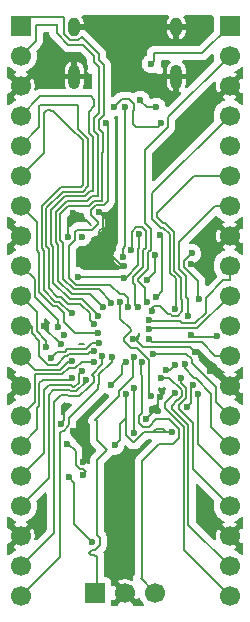
<source format=gbr>
%TF.GenerationSoftware,KiCad,Pcbnew,9.0.3*%
%TF.CreationDate,2025-11-26T12:48:42-06:00*%
%TF.ProjectId,onyx2040,6f6e7978-3230-4343-902e-6b696361645f,rev?*%
%TF.SameCoordinates,Original*%
%TF.FileFunction,Copper,L2,Bot*%
%TF.FilePolarity,Positive*%
%FSLAX46Y46*%
G04 Gerber Fmt 4.6, Leading zero omitted, Abs format (unit mm)*
G04 Created by KiCad (PCBNEW 9.0.3) date 2025-11-26 12:48:42*
%MOMM*%
%LPD*%
G01*
G04 APERTURE LIST*
%TA.AperFunction,ComponentPad*%
%ADD10R,1.700000X1.700000*%
%TD*%
%TA.AperFunction,ComponentPad*%
%ADD11C,1.700000*%
%TD*%
%TA.AperFunction,HeatsinkPad*%
%ADD12O,1.000000X2.100000*%
%TD*%
%TA.AperFunction,HeatsinkPad*%
%ADD13O,1.000000X1.600000*%
%TD*%
%TA.AperFunction,ViaPad*%
%ADD14C,0.600000*%
%TD*%
%TA.AperFunction,Conductor*%
%ADD15C,0.200000*%
%TD*%
G04 APERTURE END LIST*
D10*
%TO.P,J3,1,Pin_1*%
%TO.N,VBUS*%
X149430000Y-80250000D03*
D11*
%TO.P,J3,2,Pin_2*%
%TO.N,GPIO29_ADC3*%
X149430000Y-82790000D03*
%TO.P,J3,3,Pin_3*%
%TO.N,GND*%
X149430000Y-85330000D03*
%TO.P,J3,4,Pin_4*%
%TO.N,GPIO28_ADC2*%
X149430000Y-87870000D03*
%TO.P,J3,5,Pin_5*%
%TO.N,+3V3*%
X149430000Y-90410000D03*
%TO.P,J3,6,Pin_6*%
%TO.N,GPIO27_ADC1*%
X149430000Y-92950000D03*
%TO.P,J3,7,Pin_7*%
%TO.N,GPIO26_ADC0*%
X149430000Y-95490000D03*
%TO.P,J3,8,Pin_8*%
%TO.N,GND*%
X149430000Y-98030000D03*
%TO.P,J3,9,Pin_9*%
%TO.N,GPIO24*%
X149430000Y-100570000D03*
%TO.P,J3,10,Pin_10*%
%TO.N,GPIO23*%
X149430000Y-103110000D03*
%TO.P,J3,11,Pin_11*%
%TO.N,RUN*%
X149430000Y-105650000D03*
%TO.P,J3,12,Pin_12*%
%TO.N,GPIO22*%
X149430000Y-108190000D03*
%TO.P,J3,13,Pin_13*%
%TO.N,GND*%
X149430000Y-110730000D03*
%TO.P,J3,14,Pin_14*%
%TO.N,GPIO21*%
X149430000Y-113270000D03*
%TO.P,J3,15,Pin_15*%
%TO.N,GPIO20*%
X149430000Y-115810000D03*
%TO.P,J3,16,Pin_16*%
%TO.N,GPIO19*%
X149430000Y-118350000D03*
%TO.P,J3,17,Pin_17*%
%TO.N,GPIO18*%
X149430000Y-120890000D03*
%TO.P,J3,18,Pin_18*%
%TO.N,GND*%
X149430000Y-123430000D03*
%TO.P,J3,19,Pin_19*%
%TO.N,GPIO17*%
X149430000Y-125970000D03*
%TO.P,J3,20,Pin_20*%
%TO.N,GPIO16*%
X149430000Y-128510000D03*
%TD*%
D10*
%TO.P,J1,1,Pin_1*%
%TO.N,GPIO0*%
X131770000Y-80250000D03*
D11*
%TO.P,J1,2,Pin_2*%
%TO.N,GPIO1*%
X131770000Y-82790000D03*
%TO.P,J1,3,Pin_3*%
%TO.N,GND*%
X131770000Y-85330000D03*
%TO.P,J1,4,Pin_4*%
%TO.N,GPIO2*%
X131770000Y-87870000D03*
%TO.P,J1,5,Pin_5*%
%TO.N,GPIO3*%
X131770000Y-90410000D03*
%TO.P,J1,6,Pin_6*%
%TO.N,GPIO4*%
X131770000Y-92950000D03*
%TO.P,J1,7,Pin_7*%
%TO.N,GPIO5*%
X131770000Y-95490000D03*
%TO.P,J1,8,Pin_8*%
%TO.N,GND*%
X131770000Y-98030000D03*
%TO.P,J1,9,Pin_9*%
%TO.N,GPIO6*%
X131770000Y-100570000D03*
%TO.P,J1,10,Pin_10*%
%TO.N,GPIO7*%
X131770000Y-103110000D03*
%TO.P,J1,11,Pin_11*%
%TO.N,GPIO8*%
X131770000Y-105650000D03*
%TO.P,J1,12,Pin_12*%
%TO.N,GPIO9*%
X131770000Y-108190000D03*
%TO.P,J1,13,Pin_13*%
%TO.N,GND*%
X131770000Y-110730000D03*
%TO.P,J1,14,Pin_14*%
%TO.N,GPIO10*%
X131770000Y-113270000D03*
%TO.P,J1,15,Pin_15*%
%TO.N,GPIO11*%
X131770000Y-115810000D03*
%TO.P,J1,16,Pin_16*%
%TO.N,GPIO12*%
X131770000Y-118350000D03*
%TO.P,J1,17,Pin_17*%
%TO.N,GPIO13*%
X131770000Y-120890000D03*
%TO.P,J1,18,Pin_18*%
%TO.N,GND*%
X131770000Y-123430000D03*
%TO.P,J1,19,Pin_19*%
%TO.N,GPIO14*%
X131770000Y-125970000D03*
%TO.P,J1,20,Pin_20*%
%TO.N,GPIO15*%
X131770000Y-128510000D03*
%TD*%
D12*
%TO.P,J4,S1,SHIELD*%
%TO.N,GND*%
X144920000Y-84550000D03*
D13*
X144920000Y-80370000D03*
D12*
X136280000Y-84550000D03*
D13*
X136280000Y-80370000D03*
%TD*%
D10*
%TO.P,J2,1,Pin_1*%
%TO.N,SWCLK*%
X138060000Y-128270000D03*
D11*
%TO.P,J2,2,Pin_2*%
%TO.N,GND*%
X140600000Y-128270000D03*
%TO.P,J2,3,Pin_3*%
%TO.N,SWD*%
X143140000Y-128270000D03*
%TD*%
D14*
%TO.N,*%
X136930000Y-98135175D03*
%TO.N,GND*%
X141350000Y-110963500D03*
X135709999Y-98109999D03*
X137030000Y-113597500D03*
X141320781Y-114711319D03*
X133714526Y-105699855D03*
X135130126Y-107224716D03*
X135419785Y-112639787D03*
X143580000Y-111700000D03*
X140482965Y-100624897D03*
X135140000Y-113930000D03*
X136170000Y-96090000D03*
X146479000Y-107870000D03*
X147755717Y-109457731D03*
X137017100Y-117210000D03*
X146170000Y-100420000D03*
X136205123Y-114557556D03*
X142370000Y-113582500D03*
X141295655Y-106737190D03*
X138372500Y-96055000D03*
X143402877Y-112910366D03*
%TO.N,+3V3*%
X134321000Y-108364085D03*
X135413493Y-106429569D03*
X144530000Y-114630000D03*
X140680000Y-111436792D03*
X140480000Y-101570000D03*
X141780000Y-97890000D03*
X136584457Y-101517602D03*
X143227389Y-103206195D03*
X138379998Y-107143001D03*
X139700000Y-115769000D03*
X143580000Y-97980000D03*
%TO.N,VBUS*%
X142809337Y-83470161D03*
X136995735Y-118264265D03*
X135674277Y-115686987D03*
%TO.N,+1V1*%
X146298857Y-110656362D03*
X142780000Y-111619932D03*
X146818750Y-103364353D03*
X142460519Y-101767911D03*
X145849324Y-112555210D03*
X143120000Y-99692705D03*
X140194622Y-103626831D03*
X146220000Y-99530000D03*
%TO.N,XOUT*%
X139411136Y-110700376D03*
X140636461Y-108687941D03*
%TO.N,GPIO14*%
X138654485Y-108241137D03*
%TO.N,GPIO0*%
X139396932Y-103687617D03*
%TO.N,GPIO4*%
X136122875Y-104578460D03*
%TO.N,GPIO2*%
X138332008Y-104796340D03*
%TO.N,GPIO1*%
X138704789Y-104088500D03*
%TO.N,GPIO8*%
X137969211Y-107829087D03*
%TO.N,GPIO5*%
X138290000Y-106290000D03*
%TO.N,GPIO12*%
X136928086Y-109519691D03*
%TO.N,GPIO9*%
X136119504Y-108610896D03*
%TO.N,GPIO7*%
X133930126Y-107411125D03*
%TO.N,GPIO15*%
X139451805Y-108306597D03*
%TO.N,GPIO10*%
X137977775Y-108689339D03*
%TO.N,GPIO6*%
X134914526Y-105785980D03*
%TO.N,GPIO3*%
X137979660Y-105514115D03*
%TO.N,GPIO13*%
X137308756Y-110223320D03*
%TO.N,GPIO11*%
X136050000Y-110082830D03*
%TO.N,SWD*%
X141984634Y-108744803D03*
%TO.N,SWCLK*%
X141328485Y-108287121D03*
%TO.N,GPIO26_ADC0*%
X145907723Y-104840000D03*
%TO.N,GPIO21*%
X142980000Y-108043111D03*
%TO.N,GPIO28_ADC2*%
X144832637Y-104195154D03*
%TO.N,GPIO24*%
X142579993Y-105160884D03*
%TO.N,GPIO20*%
X145637494Y-108870000D03*
%TO.N,GPIO23*%
X142583950Y-105960877D03*
%TO.N,GPIO18*%
X145281303Y-110070972D03*
%TO.N,GPIO29_ADC3*%
X142457105Y-103672885D03*
%TO.N,GPIO27_ADC1*%
X142827963Y-104400283D03*
%TO.N,GPIO16*%
X144775047Y-111366744D03*
%TO.N,GPIO22*%
X142597923Y-106760758D03*
%TO.N,GPIO17*%
X143658362Y-110089000D03*
%TO.N,GPIO19*%
X144842211Y-108955955D03*
X146775047Y-111425192D03*
X144042025Y-109387500D03*
%TO.N,USB_D-*%
X140392727Y-99830000D03*
X140610000Y-87141000D03*
%TO.N,Net-(J4-CC1)*%
X141886334Y-86579890D03*
X143230416Y-87155643D03*
%TO.N,Net-(J4-CC2)*%
X143614378Y-88505738D03*
X139662404Y-87096411D03*
%TO.N,Net-(LED3-DI)*%
X148365825Y-106487396D03*
X146190110Y-106440000D03*
%TO.N,Net-(LED3-DO)*%
X137800000Y-123950000D03*
X135795735Y-118462092D03*
%TO.N,Net-(U1-USB_DP)*%
X140848678Y-104087498D03*
X138963790Y-88504749D03*
%TO.N,Net-(U1-USB_DM)*%
X141120000Y-99215235D03*
X141648681Y-104087498D03*
%TD*%
D15*
%TO.N,GND*%
X142370000Y-113557500D02*
X142370000Y-113582500D01*
X137030000Y-113597500D02*
X137030000Y-117197100D01*
X135709999Y-98109999D02*
X135709999Y-96550001D01*
X136713224Y-107224716D02*
X137133870Y-107224716D01*
X143402877Y-112910366D02*
X143017134Y-112910366D01*
X136349943Y-114557556D02*
X136205123Y-114557556D01*
X146479000Y-107870000D02*
X146051111Y-107442111D01*
X133714526Y-105809116D02*
X133714526Y-105699855D01*
X146920000Y-107870000D02*
X149430000Y-110380000D01*
X136699405Y-107210896D02*
X136713224Y-107224716D01*
X135709999Y-96550001D02*
X136170000Y-96090000D01*
X135419785Y-112639787D02*
X135419785Y-113650215D01*
X143402877Y-111877123D02*
X143580000Y-111700000D01*
X137030000Y-117197100D02*
X137017100Y-117210000D01*
X141350000Y-114682100D02*
X141320781Y-114711319D01*
X147040000Y-100420000D02*
X149430000Y-98030000D01*
X138372500Y-96055000D02*
X138445000Y-96055000D01*
X146170000Y-100420000D02*
X147040000Y-100420000D01*
X142097571Y-107442111D02*
X141392650Y-106737190D01*
X146479000Y-107870000D02*
X146667739Y-107870000D01*
X138372500Y-97668872D02*
X138697499Y-97343873D01*
X143402877Y-112910366D02*
X143402877Y-111877123D01*
X146051111Y-107442111D02*
X142097571Y-107442111D01*
X140337681Y-100624897D02*
X138372500Y-98659716D01*
X143017134Y-112910366D02*
X142370000Y-113557500D01*
X135130126Y-107224716D02*
X135143946Y-107210896D01*
X146479000Y-107870000D02*
X146920000Y-107870000D01*
X141350000Y-110963500D02*
X141350000Y-114682100D01*
X137030000Y-113597500D02*
X137030000Y-113877499D01*
X138697499Y-96379999D02*
X138372500Y-96055000D01*
X138697499Y-97343873D02*
X138697499Y-96379999D01*
X140482965Y-100624897D02*
X140337681Y-100624897D01*
X141392650Y-106737190D02*
X141295655Y-106737190D01*
X135130126Y-107224716D02*
X133714526Y-105809116D01*
X138445000Y-96055000D02*
X138680000Y-96290000D01*
X149430000Y-110380000D02*
X149430000Y-110730000D01*
X146667739Y-107870000D02*
X147755717Y-108957978D01*
X138372500Y-98659716D02*
X138372500Y-97668872D01*
X135419785Y-113650215D02*
X135140000Y-113930000D01*
X136170000Y-96090000D02*
X136640000Y-96090000D01*
X136640000Y-96090000D02*
X137660000Y-97110000D01*
X147755717Y-108957978D02*
X147755717Y-109457731D01*
X137030000Y-113877499D02*
X136349943Y-114557556D01*
%TO.N,+3V3*%
X135476251Y-107839934D02*
X135705290Y-107610896D01*
X143778456Y-114400000D02*
X144008456Y-114630000D01*
X141369562Y-115511067D02*
X142218629Y-114662000D01*
X141787235Y-97897235D02*
X141780000Y-97890000D01*
X144008456Y-114630000D02*
X144530000Y-114630000D01*
X140480000Y-101570000D02*
X140460000Y-101550000D01*
X141272000Y-115511067D02*
X141369562Y-115511067D01*
X136578207Y-101516352D02*
X136583207Y-101516352D01*
X142842200Y-114642000D02*
X142882200Y-114642000D01*
X140680000Y-113491471D02*
X140680000Y-114919067D01*
X140180000Y-115289000D02*
X140180000Y-113991471D01*
X143011372Y-114560000D02*
X143061372Y-114560000D01*
X140460000Y-101550000D02*
X136596854Y-101550000D01*
X142792200Y-114662000D02*
X142802200Y-114652000D01*
X143720000Y-102744223D02*
X143258028Y-103206195D01*
X143720000Y-98120000D02*
X143720000Y-102744223D01*
X136959030Y-107624716D02*
X136964314Y-107630000D01*
X136533719Y-107610896D02*
X136547538Y-107624716D01*
X142881372Y-114640000D02*
X142891372Y-114630000D01*
X135705290Y-107610896D02*
X136533719Y-107610896D01*
X143061372Y-114560000D02*
X143221372Y-114400000D01*
X134321000Y-108364085D02*
X134845151Y-107839934D01*
X142901372Y-114620000D02*
X142951372Y-114620000D01*
X137782685Y-107143001D02*
X138379998Y-107143001D01*
X136547538Y-107624716D02*
X136959030Y-107624716D01*
X142882200Y-114642000D02*
X142882786Y-114641414D01*
X140180000Y-113991471D02*
X140680000Y-113491471D01*
X136964314Y-107630000D02*
X137295686Y-107630000D01*
X136575707Y-101518852D02*
X136578207Y-101516352D01*
X142832200Y-114652000D02*
X142842200Y-114642000D01*
X140480000Y-101570000D02*
X140678529Y-101570000D01*
X136596854Y-101550000D02*
X136575707Y-101528853D01*
X142218629Y-114662000D02*
X142792200Y-114662000D01*
X142891372Y-114630000D02*
X144530000Y-114630000D01*
X140680000Y-113491471D02*
X140680000Y-111436792D01*
X142951372Y-114620000D02*
X143011372Y-114560000D01*
X136575707Y-101528853D02*
X136575707Y-101518852D01*
X141787235Y-99045570D02*
X141787235Y-97897235D01*
X140680000Y-114919067D02*
X141272000Y-115511067D01*
X143580000Y-97980000D02*
X143720000Y-98120000D01*
X141720000Y-99112804D02*
X141787235Y-99045570D01*
X137295686Y-107630000D02*
X137782685Y-107143001D01*
X142881372Y-114640000D02*
X142901372Y-114620000D01*
X134845151Y-107839934D02*
X135476251Y-107839934D01*
X140678529Y-101570000D02*
X141720000Y-100528529D01*
X143221372Y-114400000D02*
X143778456Y-114400000D01*
X143258028Y-103206195D02*
X143227389Y-103206195D01*
X139700000Y-115769000D02*
X140180000Y-115289000D01*
X141720000Y-100528529D02*
X141720000Y-99112804D01*
X136583207Y-101516352D02*
X136584457Y-101517602D01*
X142802200Y-114652000D02*
X142832200Y-114652000D01*
%TO.N,VBUS*%
X135686589Y-115671996D02*
X135675024Y-115683561D01*
X135675024Y-115686240D02*
X135674277Y-115686987D01*
X135693862Y-115645918D02*
X135686589Y-115653191D01*
X143020000Y-82580000D02*
X143020000Y-83259498D01*
X135765918Y-115645918D02*
X135693862Y-115645918D01*
X136768571Y-117810000D02*
X136417100Y-117458529D01*
X143020000Y-83259498D02*
X142809337Y-83470161D01*
X137050000Y-117810000D02*
X136768571Y-117810000D01*
X136417100Y-117458529D02*
X136417100Y-116297100D01*
X147100000Y-82580000D02*
X143020000Y-82580000D01*
X149430000Y-80250000D02*
X147100000Y-82580000D01*
X136995735Y-118264265D02*
X137250000Y-118010000D01*
X135686589Y-115653191D02*
X135686589Y-115671996D01*
X137250000Y-118010000D02*
X137050000Y-117810000D01*
X136417100Y-116297100D02*
X135765918Y-115645918D01*
X135675024Y-115683561D02*
X135675024Y-115686240D01*
%TO.N,+1V1*%
X145849324Y-112554320D02*
X145849324Y-112555210D01*
X141080000Y-105938971D02*
X141080000Y-106104315D01*
X142620000Y-108531640D02*
X142620000Y-111459932D01*
X141044315Y-107500000D02*
X141588360Y-107500000D01*
X146790000Y-101889943D02*
X146790000Y-103335603D01*
X141080000Y-106104315D02*
X140530000Y-106654315D01*
X140530000Y-106654315D02*
X140530000Y-106985685D01*
X140194622Y-103626831D02*
X140194622Y-105053593D01*
X146175047Y-110780172D02*
X146175047Y-111946643D01*
X142620000Y-111459932D02*
X142780000Y-111619932D01*
X146790000Y-103335603D02*
X146818750Y-103364353D01*
X142460519Y-101746980D02*
X142460519Y-101767911D01*
X141588360Y-107500000D02*
X142620000Y-108531640D01*
X143120000Y-99692705D02*
X143140000Y-99712705D01*
X146174009Y-112229635D02*
X145849324Y-112554320D01*
X140530000Y-106985685D02*
X141044315Y-107500000D01*
X146210057Y-99530000D02*
X145569000Y-100171057D01*
X143140000Y-99712705D02*
X143140000Y-101067499D01*
X146175047Y-111946643D02*
X146174009Y-111947681D01*
X143140000Y-101067499D02*
X142460519Y-101746980D01*
X145569000Y-100171057D02*
X145569000Y-100668943D01*
X146220000Y-99530000D02*
X146210057Y-99530000D01*
X140194622Y-105053593D02*
X141080000Y-105938971D01*
X145569000Y-100668943D02*
X146790000Y-101889943D01*
X146298857Y-110656362D02*
X146175047Y-110780172D01*
X146174009Y-111947681D02*
X146174009Y-112229635D01*
%TO.N,XOUT*%
X140363024Y-108961378D02*
X140636461Y-108687941D01*
X140363024Y-109748692D02*
X140363024Y-108961378D01*
X139411340Y-110700376D02*
X140363024Y-109748692D01*
X139411136Y-110700376D02*
X139411340Y-110700376D01*
%TO.N,GPIO14*%
X137508340Y-110823320D02*
X137557285Y-110823320D01*
X138654485Y-108921201D02*
X138654485Y-108241137D01*
X137940000Y-110387460D02*
X137940000Y-109995686D01*
X137908756Y-110418704D02*
X137940000Y-110387460D01*
X137908756Y-110471849D02*
X137908756Y-110418704D01*
X137940000Y-109995686D02*
X137760000Y-109815686D01*
X136712855Y-111618805D02*
X137508340Y-110823320D01*
X131770000Y-125970000D02*
X134533000Y-123207000D01*
X135174514Y-111480977D02*
X135671572Y-111480977D01*
X137760000Y-109815686D02*
X138654485Y-108921201D01*
X134533000Y-112122491D02*
X135174514Y-111480977D01*
X134533000Y-123207000D02*
X134533000Y-112122491D01*
X135809400Y-111618805D02*
X136712855Y-111618805D01*
X135671572Y-111480977D02*
X135809400Y-111618805D01*
X137557285Y-110823320D02*
X137908756Y-110471849D01*
%TO.N,GPIO0*%
X138344304Y-88233737D02*
X138344304Y-89003543D01*
X136639000Y-81471000D02*
X136920000Y-81190000D01*
X138709000Y-90925315D02*
X138660000Y-90974315D01*
X138810004Y-87768037D02*
X138344304Y-88233737D01*
X135450000Y-80972785D02*
X135948215Y-81471000D01*
X135319000Y-101666360D02*
X136222640Y-102570000D01*
X138810004Y-86932964D02*
X138810004Y-87768037D01*
X139396932Y-103606412D02*
X139396932Y-103687617D01*
X135794315Y-95490000D02*
X135110000Y-96174315D01*
X135319000Y-98623214D02*
X135319000Y-101666360D01*
X135110000Y-98414214D02*
X135319000Y-98623214D01*
X135450000Y-79481000D02*
X135450000Y-80972785D01*
X137958285Y-95055000D02*
X137523285Y-95490000D01*
X135110000Y-96174315D02*
X135110000Y-98414214D01*
X138709000Y-89368239D02*
X138709000Y-90925315D01*
X138786000Y-83574307D02*
X138786000Y-84365239D01*
X136222640Y-102570000D02*
X138360520Y-102570000D01*
X137523285Y-95490000D02*
X135794315Y-95490000D01*
X138593630Y-95055000D02*
X137958285Y-95055000D01*
X138786000Y-84365239D02*
X138810008Y-84389247D01*
X136920000Y-81190000D02*
X138386000Y-82656000D01*
X138386000Y-82656000D02*
X138386000Y-83174306D01*
X132539000Y-79481000D02*
X135450000Y-79481000D01*
X138810008Y-86767279D02*
X138810004Y-86932964D01*
X138360520Y-102570000D02*
X139396932Y-103606412D01*
X138344304Y-89003543D02*
X138709000Y-89368239D01*
X135948215Y-81471000D02*
X136639000Y-81471000D01*
X138386000Y-83174306D02*
X138786000Y-83574307D01*
X131770000Y-80250000D02*
X132539000Y-79481000D01*
X138660000Y-90974315D02*
X138660000Y-94988630D01*
X138660000Y-94988630D02*
X138593630Y-95055000D01*
X138810008Y-84389247D02*
X138810008Y-86767279D01*
%TO.N,GPIO4*%
X134988074Y-103601004D02*
X135965532Y-104578460D01*
X136859128Y-93890000D02*
X135131575Y-93890000D01*
X134315685Y-87430000D02*
X134508019Y-87430000D01*
X136742305Y-89665700D02*
X136742305Y-89667115D01*
X136200370Y-89122351D02*
X136200370Y-89123765D01*
X136200370Y-89123765D02*
X136742305Y-89665700D01*
X133717000Y-99285381D02*
X133717000Y-102662526D01*
X135131575Y-93890000D02*
X133510009Y-95511566D01*
X133953315Y-87401000D02*
X134286105Y-87401000D01*
X134508019Y-87430000D02*
X136200370Y-89122351D01*
X136990000Y-93759129D02*
X136859128Y-93890000D01*
X133717000Y-102662526D02*
X134655474Y-103601000D01*
X134286105Y-87401000D02*
X134286107Y-87400998D01*
X133510009Y-99078388D02*
X133717000Y-99285381D01*
X134692625Y-103601004D02*
X134988074Y-103601004D01*
X135965532Y-104578460D02*
X136122875Y-104578460D01*
X134655474Y-103601000D02*
X134692621Y-103601000D01*
X133721000Y-90999000D02*
X133721000Y-87633314D01*
X133510009Y-95511566D02*
X133510009Y-99078388D01*
X131770000Y-92950000D02*
X133721000Y-90999000D01*
X134286683Y-87400998D02*
X134315685Y-87430000D01*
X134692621Y-103601000D02*
X134692625Y-103601004D01*
X136990000Y-89914810D02*
X136990000Y-93759129D01*
X136742305Y-89667115D02*
X136990000Y-89914810D01*
X134286107Y-87400998D02*
X134286683Y-87400998D01*
X133721000Y-87633314D02*
X133953315Y-87401000D01*
%TO.N,GPIO2*%
X137626913Y-94255000D02*
X137191912Y-94690001D01*
X137544304Y-87524298D02*
X137544305Y-89334915D01*
X133400000Y-86240000D02*
X137695686Y-86240000D01*
X137989996Y-86912925D02*
X137989992Y-87078610D01*
X134519000Y-98954590D02*
X134519000Y-101997732D01*
X137990000Y-86747245D02*
X137989996Y-86747249D01*
X134310000Y-98745590D02*
X134519000Y-98954590D01*
X137860001Y-94255001D02*
X137626913Y-94255000D01*
X136958776Y-103370000D02*
X138332008Y-104743232D01*
X131770000Y-87870000D02*
X133400000Y-86240000D01*
X137860000Y-89650610D02*
X137860001Y-94255001D01*
X135462944Y-94690001D02*
X134310000Y-95842945D01*
X137989992Y-87078610D02*
X137544304Y-87524298D01*
X137191912Y-94690001D02*
X135462944Y-94690001D01*
X137990000Y-86534314D02*
X137990000Y-86747245D01*
X134519000Y-101997732D02*
X135891270Y-103370000D01*
X137989996Y-86747249D02*
X137989996Y-86912925D01*
X134310000Y-95842945D02*
X134310000Y-98745590D01*
X137695686Y-86240000D02*
X137990000Y-86534314D01*
X135891270Y-103370000D02*
X136958776Y-103370000D01*
X138332008Y-104743232D02*
X138332008Y-104796340D01*
X137544305Y-89334915D02*
X137860000Y-89650610D01*
%TO.N,GPIO1*%
X134710000Y-96008630D02*
X134710000Y-98579902D01*
X134919000Y-98788902D02*
X134919000Y-101832046D01*
X138386000Y-84530925D02*
X138390000Y-84534924D01*
X134710000Y-98579902D02*
X134919000Y-98788902D01*
X137950000Y-82800000D02*
X137950000Y-83303992D01*
X136056955Y-102970000D02*
X137648102Y-102970000D01*
X134780000Y-80090000D02*
X134780000Y-80868471D01*
X138410000Y-87098640D02*
X138410000Y-87602356D01*
X138410004Y-86932954D02*
X138410000Y-87098640D01*
X138390000Y-86912931D02*
X138389996Y-86912935D01*
X138410000Y-86932950D02*
X138410004Y-86932954D01*
X138260000Y-94655000D02*
X137792599Y-94655000D01*
X138260000Y-89484925D02*
X138260000Y-94655000D01*
X137944304Y-88068052D02*
X137944304Y-89169229D01*
X135628630Y-95090000D02*
X134710000Y-96008630D01*
X133020000Y-81540000D02*
X133020000Y-80170000D01*
X138704789Y-104026687D02*
X138704789Y-104088500D01*
X137030000Y-81880000D02*
X137950000Y-82800000D01*
X138390000Y-86912945D02*
X138410000Y-86932945D01*
X131770000Y-82790000D02*
X133020000Y-81540000D01*
X137792599Y-94655000D02*
X137357599Y-95090000D01*
X134700000Y-80170000D02*
X134780000Y-80090000D01*
X134780000Y-80868471D02*
X135791529Y-81880000D01*
X134919000Y-101832046D02*
X136056955Y-102970000D01*
X137944304Y-89169229D02*
X138260000Y-89484925D01*
X138390000Y-86912939D02*
X138390000Y-86912945D01*
X138386000Y-83739992D02*
X138386000Y-84530925D01*
X137648102Y-102970000D02*
X138704789Y-104026687D01*
X138390000Y-84534924D02*
X138390000Y-86912931D01*
X133020000Y-80170000D02*
X134700000Y-80170000D01*
X138410000Y-87602356D02*
X137944304Y-88068052D01*
X135791529Y-81880000D02*
X137030000Y-81880000D01*
X138410000Y-86932945D02*
X138410000Y-86932950D01*
X137357599Y-95090000D02*
X135628630Y-95090000D01*
X138389996Y-86912935D02*
X138390000Y-86912939D01*
X137950000Y-83303992D02*
X138386000Y-83739992D01*
%TO.N,GPIO8*%
X133330126Y-108222740D02*
X134071471Y-108964085D01*
X137662284Y-107829087D02*
X137969211Y-107829087D01*
X136793344Y-108024716D02*
X136798629Y-108030000D01*
X135641936Y-108239934D02*
X135870975Y-108010896D01*
X132712526Y-105955409D02*
X132712526Y-106287647D01*
X136798629Y-108030000D02*
X137461372Y-108030000D01*
X136381853Y-108024716D02*
X136793344Y-108024716D01*
X133330126Y-106905247D02*
X133330126Y-108222740D01*
X137461372Y-108030000D02*
X137662284Y-107829087D01*
X132712526Y-105650000D02*
X132712526Y-105953595D01*
X131770000Y-105650000D02*
X132712526Y-105650000D01*
X134783523Y-108964085D02*
X135507674Y-108239934D01*
X136368033Y-108010896D02*
X136381853Y-108024716D01*
X135870975Y-108010896D02*
X136368033Y-108010896D01*
X134071471Y-108964085D02*
X134783523Y-108964085D01*
X135507674Y-108239934D02*
X135641936Y-108239934D01*
X132712526Y-106287647D02*
X133330126Y-106905247D01*
%TO.N,GPIO5*%
X134822390Y-104001004D02*
X135393387Y-104572000D01*
X131770000Y-95490000D02*
X133110016Y-96830016D01*
X133110016Y-96830016D02*
X133110016Y-99244085D01*
X136342080Y-106290000D02*
X138290000Y-106290000D01*
X134489789Y-104001000D02*
X134526935Y-104001000D01*
X134526935Y-104001000D02*
X134526940Y-104001004D01*
X133317000Y-99451069D02*
X133317000Y-102828212D01*
X134526940Y-104001004D02*
X134822390Y-104001004D01*
X135393387Y-105341307D02*
X136342080Y-106290000D01*
X133110016Y-99244085D02*
X133317000Y-99451069D01*
X133317000Y-102828212D02*
X134489789Y-104001000D01*
X135393387Y-104572000D02*
X135393387Y-105341307D01*
%TO.N,GPIO12*%
X133731000Y-116389000D02*
X133731000Y-111073527D01*
X135671573Y-110680976D02*
X136002945Y-110680978D01*
X136002945Y-110680978D02*
X136140771Y-110818805D01*
X135671571Y-110680978D02*
X135671573Y-110680976D01*
X131770000Y-118350000D02*
X133731000Y-116389000D01*
X136874904Y-109519691D02*
X136928086Y-109519691D01*
X136650000Y-109744595D02*
X136874904Y-109519691D01*
X136650000Y-110467335D02*
X136650000Y-109744595D01*
X136140771Y-110818805D02*
X136298529Y-110818806D01*
X136298529Y-110818806D02*
X136650000Y-110467335D01*
X134123549Y-110680978D02*
X135671571Y-110680978D01*
X133731000Y-111073527D02*
X134123549Y-110680978D01*
%TO.N,GPIO9*%
X135090130Y-109364085D02*
X135843319Y-108610896D01*
X132944085Y-109364085D02*
X135090130Y-109364085D01*
X135843319Y-108610896D02*
X136119504Y-108610896D01*
X131770000Y-108190000D02*
X132944085Y-109364085D01*
%TO.N,GPIO7*%
X131770000Y-103110000D02*
X133114526Y-104454526D01*
X133114526Y-104454526D02*
X133114526Y-106121133D01*
X133114526Y-106121133D02*
X133930126Y-106936733D01*
X133930126Y-106936733D02*
X133930126Y-107411125D01*
%TO.N,GPIO15*%
X139451805Y-108690981D02*
X139451805Y-108306597D01*
X135740000Y-114178529D02*
X135740000Y-114141756D01*
X138341000Y-109829586D02*
X138327100Y-109815686D01*
X138291573Y-111016956D02*
X138291573Y-110604401D01*
X135228529Y-114530000D02*
X135388529Y-114530000D01*
X138291573Y-110604401D02*
X138341000Y-110554974D01*
X135868529Y-113440000D02*
X138291573Y-111016956D01*
X135388529Y-114530000D02*
X135740000Y-114178529D01*
X135868529Y-114013227D02*
X135868529Y-113440000D01*
X131770000Y-128510000D02*
X135060000Y-125220000D01*
X135060000Y-114698529D02*
X135228529Y-114530000D01*
X135740000Y-114141756D02*
X135868529Y-114013227D01*
X138327100Y-109815686D02*
X139451805Y-108690981D01*
X135060000Y-125220000D02*
X135060000Y-114698529D01*
X138341000Y-110554974D02*
X138341000Y-109829586D01*
%TO.N,GPIO10*%
X137963854Y-108688665D02*
X137963931Y-108688742D01*
X131770000Y-113270000D02*
X132930000Y-112110000D01*
X137973155Y-108689094D02*
X137973192Y-108689131D01*
X137969302Y-108688910D02*
X137969354Y-108688962D01*
X135815524Y-109233483D02*
X135816075Y-109233483D01*
X137972387Y-108689094D02*
X137973155Y-108689094D01*
X137961754Y-108688639D02*
X137961780Y-108688665D01*
X137977343Y-108689686D02*
X137977392Y-108689686D01*
X137963931Y-108688742D02*
X137965348Y-108688742D01*
X137975034Y-108689192D02*
X137975059Y-108689217D01*
X137959529Y-108688583D02*
X137961043Y-108688583D01*
X137890029Y-108689823D02*
X137892341Y-108687511D01*
X137977392Y-108689686D02*
X137977739Y-108689339D01*
X137966755Y-108688800D02*
X137966811Y-108688856D01*
X137972347Y-108689054D02*
X137972387Y-108689094D01*
X137970471Y-108689010D02*
X137971438Y-108689010D01*
X137956136Y-108688430D02*
X137956179Y-108688473D01*
X137959464Y-108688518D02*
X137959529Y-108688583D01*
X137947551Y-108688176D02*
X137953094Y-108688176D01*
X137976043Y-108689259D02*
X137976064Y-108689280D01*
X135270378Y-109778629D02*
X135815524Y-109233483D01*
X137953293Y-108688375D02*
X137954754Y-108688375D01*
X137961099Y-108688639D02*
X137961754Y-108688639D01*
X137966811Y-108688856D02*
X137968077Y-108688856D01*
X137975059Y-108689217D02*
X137975504Y-108689217D01*
X137975504Y-108689217D02*
X137975527Y-108689240D01*
X137957588Y-108688518D02*
X137959464Y-108688518D01*
X137976956Y-108689299D02*
X137977343Y-108689686D01*
X137974492Y-108689163D02*
X137974521Y-108689192D01*
X137965406Y-108688800D02*
X137966755Y-108688800D01*
X137968077Y-108688856D02*
X137968131Y-108688910D01*
X137975527Y-108689240D02*
X137975906Y-108689240D01*
X137975906Y-108689240D02*
X137975925Y-108689259D01*
X137971482Y-108689054D02*
X137972347Y-108689054D01*
X135816075Y-109233483D02*
X135842391Y-109259799D01*
X137953094Y-108688176D02*
X137953293Y-108688375D01*
X137965348Y-108688742D02*
X137965406Y-108688800D01*
X137956179Y-108688473D02*
X137957543Y-108688473D01*
X137976733Y-108689280D02*
X137976752Y-108689299D01*
X137976752Y-108689299D02*
X137976956Y-108689299D01*
X137970423Y-108688962D02*
X137970471Y-108689010D01*
X137969354Y-108688962D02*
X137970423Y-108688962D01*
X137977739Y-108689339D02*
X137977775Y-108689339D01*
X137954809Y-108688430D02*
X137956136Y-108688430D01*
X137957543Y-108688473D02*
X137957588Y-108688518D01*
X135842391Y-109259799D02*
X136339449Y-109259799D01*
X137968131Y-108688910D02*
X137969302Y-108688910D01*
X137971438Y-108689010D02*
X137971482Y-108689054D01*
X132930000Y-109778629D02*
X135270378Y-109778629D01*
X136909425Y-108689823D02*
X137890029Y-108689823D01*
X132930000Y-112110000D02*
X132930000Y-109778629D01*
X136339449Y-109259799D02*
X136909425Y-108689823D01*
X137973192Y-108689131D02*
X137973869Y-108689131D01*
X137975925Y-108689259D02*
X137976043Y-108689259D01*
X137961043Y-108688583D02*
X137961099Y-108688639D01*
X137973901Y-108689163D02*
X137974492Y-108689163D01*
X137973869Y-108689131D02*
X137973901Y-108689163D01*
X137961780Y-108688665D02*
X137963854Y-108688665D01*
X137892341Y-108687511D02*
X137946886Y-108687511D01*
X137976064Y-108689280D02*
X137976733Y-108689280D01*
X137954754Y-108688375D02*
X137954809Y-108688430D01*
X137974521Y-108689192D02*
X137975034Y-108689192D01*
X137946886Y-108687511D02*
X137947551Y-108688176D01*
%TO.N,GPIO6*%
X132920002Y-102996900D02*
X132921000Y-102997897D01*
X134914526Y-105173055D02*
X134914526Y-105785980D01*
X132921000Y-103179529D02*
X134914526Y-105173055D01*
X132921000Y-102997897D02*
X132921000Y-103179529D01*
X132917000Y-101717000D02*
X132917000Y-102958162D01*
X132917000Y-102958162D02*
X132920002Y-102961163D01*
X131770000Y-100570000D02*
X132917000Y-101717000D01*
X132920002Y-102961163D02*
X132920002Y-102996900D01*
%TO.N,GPIO3*%
X134120005Y-87000000D02*
X134120007Y-86999998D01*
X135718630Y-86940000D02*
X136541371Y-86940000D01*
X134858725Y-103200004D02*
X135154174Y-103200004D01*
X137143305Y-89501015D02*
X137459000Y-89816710D01*
X136781157Y-103771000D02*
X137590000Y-104579843D01*
X134118000Y-99120693D02*
X134118000Y-102496426D01*
X133910008Y-95677252D02*
X133910008Y-98912701D01*
X137024814Y-94290000D02*
X135297260Y-94290000D01*
X133910008Y-98912701D02*
X134118000Y-99120693D01*
X136601370Y-88957665D02*
X137143305Y-89499600D01*
X136541371Y-86940000D02*
X136601370Y-87000000D01*
X134118000Y-102496426D02*
X134821574Y-103200000D01*
X135154174Y-103200004D02*
X135725171Y-103771000D01*
X135658629Y-87000000D02*
X135718630Y-86940000D01*
X134120007Y-86999998D02*
X135658629Y-87000000D01*
X137143305Y-89499600D02*
X137143305Y-89501015D01*
X137590000Y-104579843D02*
X137590000Y-105124455D01*
X134858721Y-103200000D02*
X134858725Y-103200004D01*
X133380000Y-87000000D02*
X134120005Y-87000000D01*
X133320000Y-87060000D02*
X133380000Y-87000000D01*
X135297260Y-94290000D02*
X133910008Y-95677252D01*
X137459000Y-89816710D02*
X137459001Y-93855813D01*
X134821574Y-103200000D02*
X134858721Y-103200000D01*
X131770000Y-90410000D02*
X133320000Y-88860000D01*
X137590000Y-105124455D02*
X137979660Y-105514115D01*
X133320000Y-88860000D02*
X133320000Y-87060000D01*
X135725171Y-103771000D02*
X136781157Y-103771000D01*
X137459001Y-93855813D02*
X137024814Y-94290000D01*
X136601370Y-87000000D02*
X136601370Y-88957665D01*
%TO.N,GPIO13*%
X135975085Y-111218805D02*
X136464215Y-111218806D01*
X136464215Y-111218806D02*
X137291573Y-110391448D01*
X131770000Y-120890000D02*
X134132000Y-118528000D01*
X134132000Y-111473528D02*
X134524551Y-111080977D01*
X134524551Y-111080977D02*
X135837258Y-111080977D01*
X137291573Y-110240503D02*
X137308756Y-110223320D01*
X135837258Y-111080977D02*
X135975085Y-111218805D01*
X137291573Y-110391448D02*
X137291573Y-110240503D01*
X134132000Y-118528000D02*
X134132000Y-111473528D01*
%TO.N,GPIO11*%
X133330000Y-110493297D02*
X133604491Y-110218806D01*
X133150001Y-112646828D02*
X133330000Y-112466829D01*
X135914024Y-110218806D02*
X136050000Y-110082830D01*
X133330000Y-112466829D02*
X133330000Y-110493297D01*
X131770000Y-115810000D02*
X133150000Y-114430000D01*
X133150000Y-114430000D02*
X133150001Y-112646828D01*
X133604491Y-110218806D02*
X135914024Y-110218806D01*
%TO.N,SWD*%
X143231029Y-113570000D02*
X142593529Y-114207500D01*
X142593529Y-114207500D02*
X142071471Y-114207500D01*
X142071471Y-114207500D02*
X141770000Y-113906029D01*
X144628529Y-115670000D02*
X145130000Y-115168529D01*
X142049506Y-127032006D02*
X142049506Y-117079023D01*
X142049506Y-109895192D02*
X141920000Y-109765686D01*
X143140000Y-128270000D02*
X141892006Y-127022006D01*
X142049506Y-113029465D02*
X142049506Y-109895192D01*
X141770000Y-113308971D02*
X142049506Y-113029465D01*
X141770000Y-113906029D02*
X141770000Y-113308971D01*
X144318529Y-113570000D02*
X143231029Y-113570000D01*
X145130000Y-115168529D02*
X145130000Y-114381471D01*
X142049506Y-117079023D02*
X143458529Y-115670000D01*
X141920000Y-108809437D02*
X141984634Y-108744803D01*
X145130000Y-114381471D02*
X144318529Y-113570000D01*
X143458529Y-115670000D02*
X144628529Y-115670000D01*
X141920000Y-109765686D02*
X141920000Y-108809437D01*
%TO.N,SWCLK*%
X138000761Y-125120000D02*
X137960761Y-125080000D01*
X137670761Y-125000000D02*
X137640761Y-125000000D01*
X139058529Y-116170000D02*
X138217500Y-115328971D01*
X138060000Y-113660000D02*
X140080000Y-111640000D01*
X138200761Y-125120000D02*
X138000761Y-125120000D01*
X141291996Y-108323610D02*
X141328485Y-108287121D01*
X137760761Y-124600000D02*
X138069239Y-124600000D01*
X140442218Y-110836792D02*
X141291996Y-109987014D01*
X137500761Y-124860000D02*
X137760761Y-124600000D01*
X138450000Y-124219239D02*
X138450000Y-123600761D01*
X138217500Y-125136739D02*
X138200761Y-125120000D01*
X141291996Y-109987014D02*
X141291996Y-108323610D01*
X137640761Y-125000000D02*
X137500761Y-124860000D01*
X138217500Y-117011029D02*
X139058529Y-116170000D01*
X137960761Y-125080000D02*
X137850761Y-125080000D01*
X138217500Y-128280000D02*
X138217500Y-125136739D01*
X140080000Y-111640000D02*
X140080000Y-111188263D01*
X137850761Y-125080000D02*
X137830761Y-125060000D01*
X138217500Y-115328971D02*
X138217500Y-113670000D01*
X138069239Y-124600000D02*
X138450000Y-124219239D01*
X138217500Y-123368261D02*
X138217500Y-117011029D01*
X137830761Y-125060000D02*
X137730761Y-125060000D01*
X140080000Y-111188263D02*
X140431471Y-110836792D01*
X137730761Y-125060000D02*
X137670761Y-125000000D01*
X140431471Y-110836792D02*
X140442218Y-110836792D01*
X138450000Y-123600761D02*
X138217500Y-123368261D01*
%TO.N,GPIO26_ADC0*%
X145907723Y-103407723D02*
X145907723Y-104840000D01*
X149430000Y-95490000D02*
X148227919Y-95490000D01*
X148227919Y-95490000D02*
X145169000Y-98548919D01*
X145750000Y-103250000D02*
X145907723Y-103407723D01*
X145750000Y-101415629D02*
X145750000Y-103250000D01*
X145169000Y-98548919D02*
X145169000Y-100834629D01*
X145169000Y-100834629D02*
X145750000Y-101415629D01*
%TO.N,GPIO21*%
X148284117Y-110869267D02*
X146241303Y-108826453D01*
X148284117Y-112124117D02*
X148284117Y-110869267D01*
X145784669Y-108043111D02*
X142980000Y-108043111D01*
X149430000Y-113270000D02*
X148284117Y-112124117D01*
X146241303Y-108826453D02*
X146241303Y-108499745D01*
X146241303Y-108499745D02*
X145784669Y-108043111D01*
%TO.N,GPIO28_ADC2*%
X144854181Y-104173610D02*
X144832637Y-104195154D01*
X149430000Y-87870000D02*
X142850000Y-94450000D01*
X142850000Y-96611372D02*
X143618629Y-97380000D01*
X144854181Y-101651182D02*
X144854181Y-104173610D01*
X142850000Y-94450000D02*
X142850000Y-96611372D01*
X143618629Y-97380000D02*
X143828529Y-97380000D01*
X143828529Y-97380000D02*
X144369000Y-97920471D01*
X144369000Y-97920471D02*
X144369000Y-101166001D01*
X144369000Y-101166001D02*
X144854181Y-101651182D01*
%TO.N,GPIO24*%
X149430000Y-100570000D02*
X149430000Y-101772081D01*
X142605879Y-105162760D02*
X142581869Y-105162760D01*
X145412322Y-105440000D02*
X145205480Y-105233158D01*
X143154506Y-105233158D02*
X143202794Y-105233158D01*
X147418750Y-104540044D02*
X146518794Y-105440000D01*
X145205480Y-105233158D02*
X142652267Y-105233158D01*
X142652267Y-105233158D02*
X142579993Y-105160884D01*
X147418750Y-103306935D02*
X147418750Y-104540044D01*
X148905685Y-101820000D02*
X147418750Y-103306935D01*
X142729125Y-105039514D02*
X142605879Y-105162760D01*
X146518794Y-105440000D02*
X145412322Y-105440000D01*
X149382081Y-101820000D02*
X148905685Y-101820000D01*
X149430000Y-101772081D02*
X149382081Y-101820000D01*
X142581869Y-105162760D02*
X142579993Y-105160884D01*
%TO.N,GPIO20*%
X147884117Y-114264117D02*
X147884117Y-111393093D01*
X146547386Y-110056362D02*
X146433453Y-110056362D01*
X149430000Y-115810000D02*
X147884117Y-114264117D01*
X147884117Y-111393093D02*
X146547386Y-110056362D01*
X146433453Y-110056362D02*
X145637494Y-109260403D01*
X145637494Y-109260403D02*
X145637494Y-108870000D01*
%TO.N,GPIO23*%
X146700000Y-105840000D02*
X142704827Y-105840000D01*
X142704827Y-105840000D02*
X142583950Y-105960877D01*
X149430000Y-103110000D02*
X146700000Y-105840000D01*
%TO.N,GPIO18*%
X145189262Y-112366744D02*
X145775047Y-111780958D01*
X145188224Y-112366891D02*
X145188371Y-112366744D01*
X146350000Y-117810000D02*
X146350000Y-113904414D01*
X145188371Y-112366744D02*
X145189262Y-112366744D01*
X145281303Y-110458785D02*
X145281303Y-110070972D01*
X145775047Y-111780958D02*
X145775047Y-110952529D01*
X149430000Y-120890000D02*
X146350000Y-117810000D01*
X146350000Y-113904414D02*
X145188224Y-112742638D01*
X145188224Y-112742638D02*
X145188224Y-112366891D01*
X145775047Y-110952529D02*
X145281303Y-110458785D01*
%TO.N,GPIO29_ADC3*%
X142520000Y-100859900D02*
X141670000Y-101709900D01*
X144214378Y-88824977D02*
X142253740Y-90785615D01*
X142780000Y-97475786D02*
X142780000Y-98304215D01*
X149430000Y-82790000D02*
X144214378Y-88005622D01*
X142446968Y-103659546D02*
X142446968Y-103662748D01*
X142253740Y-96949525D02*
X142780000Y-97475786D01*
X144214378Y-88005622D02*
X144214378Y-88824977D01*
X142253740Y-90785615D02*
X142253740Y-96949525D01*
X142253740Y-102430479D02*
X142253740Y-103466318D01*
X142520000Y-99444181D02*
X142520000Y-100859900D01*
X142253740Y-103466318D02*
X142446968Y-103659546D01*
X142446968Y-103662748D02*
X142457105Y-103672885D01*
X141670000Y-101846739D02*
X142253740Y-102430479D01*
X142780000Y-98304215D02*
X142740000Y-98344215D01*
X141670000Y-101709900D02*
X141670000Y-101846739D01*
X142740000Y-99224181D02*
X142520000Y-99444181D01*
X142740000Y-98344215D02*
X142740000Y-99224181D01*
%TO.N,GPIO27_ADC1*%
X144769000Y-101000315D02*
X145350000Y-101581315D01*
X142697146Y-104435745D02*
X142698286Y-104435745D01*
X149430000Y-92950000D02*
X146414315Y-92950000D01*
X142698286Y-104435745D02*
X142700633Y-104433398D01*
X145350000Y-101581315D02*
X145350000Y-103415686D01*
X143784314Y-96980000D02*
X143994215Y-96980000D01*
X142738276Y-104439467D02*
X142775766Y-104401977D01*
X142775766Y-104401977D02*
X142826269Y-104401977D01*
X142693735Y-104439156D02*
X142697146Y-104435745D01*
X142693735Y-104439241D02*
X142693735Y-104439156D01*
X144584108Y-104795154D02*
X144460987Y-104672033D01*
X145350000Y-103415686D02*
X145432637Y-103498323D01*
X143540000Y-103980000D02*
X142999933Y-103980000D01*
X143250000Y-96445686D02*
X143784314Y-96980000D01*
X145432637Y-104443683D02*
X145081166Y-104795154D01*
X142700633Y-104433398D02*
X142704650Y-104433398D01*
X143994215Y-96980000D02*
X144769000Y-97754785D01*
X142827411Y-104399731D02*
X142827963Y-104400283D01*
X143250000Y-96114315D02*
X143250000Y-96445686D01*
X145081166Y-104795154D02*
X144584108Y-104795154D01*
X144769000Y-97754785D02*
X144769000Y-101000315D01*
X145432637Y-103498323D02*
X145432637Y-104443683D01*
X144460987Y-104672033D02*
X144232033Y-104672033D01*
X142827411Y-104152522D02*
X142827411Y-104399731D01*
X146414315Y-92950000D02*
X143250000Y-96114315D01*
X142826269Y-104401977D02*
X142827963Y-104400283D01*
X144232033Y-104672033D02*
X143540000Y-103980000D01*
X142704650Y-104433398D02*
X142710719Y-104439467D01*
X142999933Y-103980000D02*
X142827411Y-104152522D01*
X142710719Y-104439467D02*
X142738276Y-104439467D01*
%TO.N,GPIO16*%
X143970756Y-112170144D02*
X144774156Y-111366744D01*
X144774156Y-111366744D02*
X144775047Y-111366744D01*
X143970756Y-112656542D02*
X143970756Y-112170144D01*
X145550000Y-114235786D02*
X143970756Y-112656542D01*
X149430000Y-128510000D02*
X145550000Y-124630000D01*
X145550000Y-124630000D02*
X145550000Y-114235786D01*
%TO.N,GPIO22*%
X142629169Y-106792004D02*
X142597923Y-106760758D01*
X142629169Y-106872166D02*
X142629169Y-106792004D01*
X148227919Y-108190000D02*
X147077919Y-107040000D01*
X149430000Y-108190000D02*
X148227919Y-108190000D01*
X142877165Y-107040000D02*
X142597923Y-106760758D01*
X147077919Y-107040000D02*
X142877165Y-107040000D01*
%TO.N,GPIO17*%
X145022685Y-111966744D02*
X145023576Y-111966744D01*
X145375047Y-111118215D02*
X144345832Y-110089000D01*
X145950000Y-114070100D02*
X144577058Y-112697158D01*
X144577058Y-112412371D02*
X145022685Y-111966744D01*
X145375047Y-111615273D02*
X145375047Y-111118215D01*
X144345832Y-110089000D02*
X143658362Y-110089000D01*
X145023576Y-111966744D02*
X145375047Y-111615273D01*
X149430000Y-125970000D02*
X145950000Y-122490000D01*
X144577058Y-112697158D02*
X144577058Y-112412371D01*
X145950000Y-122490000D02*
X145950000Y-114070100D01*
%TO.N,GPIO19*%
X146775047Y-115695047D02*
X146775047Y-111425192D01*
X144042025Y-109387500D02*
X144416598Y-109387500D01*
X144842211Y-108961887D02*
X144842211Y-108955955D01*
X149430000Y-118350000D02*
X146775047Y-115695047D01*
X144416598Y-109387500D02*
X144842211Y-108961887D01*
%TO.N,USB_D-*%
X140392727Y-99160214D02*
X140520000Y-99032941D01*
X140520000Y-99032941D02*
X140520000Y-98966706D01*
X140520000Y-98966706D02*
X140620000Y-98866706D01*
X140620000Y-98866706D02*
X140620000Y-87151000D01*
X140392727Y-99830000D02*
X140392727Y-99160214D01*
X140620000Y-87151000D02*
X140610000Y-87141000D01*
%TO.N,Net-(J4-CC1)*%
X141886334Y-86594745D02*
X141886334Y-86579890D01*
X143230416Y-87155643D02*
X142447232Y-87155643D01*
X142447232Y-87155643D02*
X141886334Y-86594745D01*
%TO.N,Net-(J4-CC2)*%
X141350000Y-87410239D02*
X141256559Y-87503680D01*
X141514360Y-88789609D02*
X143330507Y-88789609D01*
X143330507Y-88789609D02*
X143614378Y-88505738D01*
X140290461Y-86468354D02*
X140917593Y-86468354D01*
X139662404Y-87096411D02*
X140290461Y-86468354D01*
X141256559Y-87503680D02*
X141256559Y-88531808D01*
X141350000Y-86900761D02*
X141350000Y-87410239D01*
X140917593Y-86468354D02*
X141350000Y-86900761D01*
X141256559Y-88531808D02*
X141514360Y-88789609D01*
%TO.N,Net-(LED3-DI)*%
X148365825Y-106487396D02*
X148277326Y-106575895D01*
X148277326Y-106575895D02*
X146326005Y-106575895D01*
X146326005Y-106575895D02*
X146190110Y-106440000D01*
%TO.N,Net-(LED3-DO)*%
X137800000Y-123950000D02*
X136300000Y-122450000D01*
X136300000Y-122450000D02*
X136300000Y-118966357D01*
X136300000Y-118966357D02*
X135795735Y-118462092D01*
%TO.N,Net-(U1-USB_DP)*%
X140130579Y-102963576D02*
X140529625Y-102963576D01*
X138963790Y-88504749D02*
X139110000Y-88650959D01*
X138759315Y-95455000D02*
X138123971Y-95455000D01*
X140529625Y-102963576D02*
X140848678Y-103282629D01*
X137825686Y-97510000D02*
X136537101Y-97510000D01*
X135818331Y-98920198D02*
X135818331Y-101600005D01*
X135818331Y-101600005D02*
X136387325Y-102169000D01*
X136387325Y-102169000D02*
X139336003Y-102169000D01*
X136537101Y-97510000D02*
X136330000Y-97717101D01*
X137720000Y-96284314D02*
X138290000Y-96854314D01*
X137720000Y-95858971D02*
X137720000Y-96284314D01*
X139336003Y-102169000D02*
X140130579Y-102963576D01*
X138290000Y-97045686D02*
X137825686Y-97510000D01*
X139110000Y-95104315D02*
X138759315Y-95455000D01*
X139110000Y-88650959D02*
X139110000Y-95104315D01*
X138290000Y-96854314D02*
X138290000Y-97045686D01*
X136330000Y-98408529D02*
X135818331Y-98920198D01*
X140848678Y-103282629D02*
X140848678Y-104087498D01*
X138123971Y-95455000D02*
X137720000Y-95858971D01*
X136330000Y-97717101D02*
X136330000Y-98408529D01*
%TO.N,Net-(U1-USB_DM)*%
X141270000Y-102012424D02*
X141427679Y-102170104D01*
X141130000Y-97691471D02*
X141531471Y-97290000D01*
X141270000Y-101544214D02*
X141270000Y-102012424D01*
X142340000Y-99058490D02*
X142120000Y-99278490D01*
X142120000Y-100694214D02*
X141270000Y-101544214D01*
X141130000Y-99205235D02*
X141130000Y-97691471D01*
X141531471Y-97290000D02*
X142028529Y-97290000D01*
X142380000Y-98138529D02*
X142340000Y-98178529D01*
X141427679Y-102170104D02*
X141427679Y-103866496D01*
X142340000Y-98178529D02*
X142340000Y-99058490D01*
X141120000Y-99215235D02*
X141130000Y-99205235D01*
X142380000Y-97641471D02*
X142380000Y-98138529D01*
X142028529Y-97290000D02*
X142380000Y-97641471D01*
X141427679Y-103866496D02*
X141648681Y-104087498D01*
X142120000Y-99278490D02*
X142120000Y-100694214D01*
%TD*%
%TA.AperFunction,Conductor*%
%TO.N,GND*%
G36*
X140134075Y-128462993D02*
G01*
X140199901Y-128577007D01*
X140292993Y-128670099D01*
X140407007Y-128735925D01*
X140470590Y-128752962D01*
X139981466Y-129242085D01*
X139981757Y-129245771D01*
X139967393Y-129314149D01*
X139918341Y-129363905D01*
X139858139Y-129379500D01*
X139524886Y-129379500D01*
X139457847Y-129359815D01*
X139412092Y-129307011D01*
X139402148Y-129237853D01*
X139404060Y-129227765D01*
X139404090Y-129227485D01*
X139404091Y-129227483D01*
X139410500Y-129167873D01*
X139410499Y-128970919D01*
X139430183Y-128903883D01*
X139482987Y-128858128D01*
X139552145Y-128848184D01*
X139615701Y-128877209D01*
X139625953Y-128888378D01*
X139627913Y-128888533D01*
X140117037Y-128399409D01*
X140134075Y-128462993D01*
G37*
%TD.AperFunction*%
%TA.AperFunction,Conductor*%
G36*
X141572085Y-128888532D02*
G01*
X141583566Y-128872732D01*
X141650551Y-128741270D01*
X141698526Y-128690474D01*
X141766347Y-128673679D01*
X141832482Y-128696217D01*
X141875933Y-128750932D01*
X141878967Y-128759247D01*
X141888444Y-128788414D01*
X141984951Y-128977820D01*
X142109890Y-129149786D01*
X142127923Y-129167819D01*
X142161408Y-129229142D01*
X142156424Y-129298834D01*
X142114552Y-129354767D01*
X142049088Y-129379184D01*
X142040242Y-129379500D01*
X141341861Y-129379500D01*
X141274822Y-129359815D01*
X141229067Y-129307011D01*
X141218243Y-129245774D01*
X141218533Y-129242085D01*
X140729410Y-128752962D01*
X140792993Y-128735925D01*
X140907007Y-128670099D01*
X141000099Y-128577007D01*
X141065925Y-128462993D01*
X141082962Y-128399409D01*
X141572085Y-128888532D01*
G37*
%TD.AperFunction*%
%TA.AperFunction,Conductor*%
G36*
X142705547Y-115262501D02*
G01*
X142717430Y-115262501D01*
X142720629Y-115263440D01*
X142720911Y-115263458D01*
X142720919Y-115263459D01*
X142720910Y-115263523D01*
X142784469Y-115282186D01*
X142830224Y-115334990D01*
X142840168Y-115404148D01*
X142811143Y-115467704D01*
X142805111Y-115474182D01*
X141568987Y-116710305D01*
X141568983Y-116710310D01*
X141530124Y-116777618D01*
X141530124Y-116777619D01*
X141489929Y-116847237D01*
X141489929Y-116847238D01*
X141449005Y-116999966D01*
X141449005Y-116999968D01*
X141449005Y-117168069D01*
X141449006Y-117168082D01*
X141449006Y-126564409D01*
X141429321Y-126631448D01*
X141412687Y-126652090D01*
X141411489Y-126653287D01*
X141411487Y-126653290D01*
X141332429Y-126790220D01*
X141332429Y-126790221D01*
X141291505Y-126942949D01*
X141291505Y-126942951D01*
X141291505Y-127101060D01*
X141292566Y-127109118D01*
X141290737Y-127109358D01*
X141289316Y-127168962D01*
X141250151Y-127226823D01*
X141185921Y-127254324D01*
X141117020Y-127242734D01*
X141114911Y-127241685D01*
X141041447Y-127204252D01*
X141041444Y-127204251D01*
X140869293Y-127148317D01*
X140690506Y-127120000D01*
X140509494Y-127120000D01*
X140330706Y-127148317D01*
X140158555Y-127204251D01*
X140158547Y-127204254D01*
X139997269Y-127286432D01*
X139981466Y-127297912D01*
X139981466Y-127297913D01*
X140470590Y-127787037D01*
X140407007Y-127804075D01*
X140292993Y-127869901D01*
X140199901Y-127962993D01*
X140134075Y-128077007D01*
X140117037Y-128140590D01*
X139627913Y-127651466D01*
X139621875Y-127651941D01*
X139579490Y-127684627D01*
X139509877Y-127690608D01*
X139448081Y-127658003D01*
X139413722Y-127597166D01*
X139410499Y-127569077D01*
X139410499Y-127372129D01*
X139410498Y-127372123D01*
X139410497Y-127372116D01*
X139404091Y-127312517D01*
X139400359Y-127302512D01*
X139353797Y-127177671D01*
X139353793Y-127177664D01*
X139267547Y-127062455D01*
X139267544Y-127062452D01*
X139152335Y-126976206D01*
X139152328Y-126976202D01*
X139017482Y-126925908D01*
X139017483Y-126925908D01*
X138957883Y-126919501D01*
X138957881Y-126919500D01*
X138957873Y-126919500D01*
X138957865Y-126919500D01*
X138942000Y-126919500D01*
X138874961Y-126899815D01*
X138829206Y-126847011D01*
X138818000Y-126795500D01*
X138818000Y-125225799D01*
X138818001Y-125225786D01*
X138818001Y-125057683D01*
X138814984Y-125046424D01*
X138777077Y-124904955D01*
X138764784Y-124883664D01*
X138758218Y-124856599D01*
X138748487Y-124830509D01*
X138750094Y-124823117D01*
X138748311Y-124815765D01*
X138757420Y-124789444D01*
X138763339Y-124762236D01*
X138769843Y-124753546D01*
X138771162Y-124749738D01*
X138784484Y-124733988D01*
X138808506Y-124709967D01*
X138808511Y-124709963D01*
X138818714Y-124699759D01*
X138818716Y-124699759D01*
X138930520Y-124587955D01*
X139009577Y-124451023D01*
X139042225Y-124329179D01*
X139050500Y-124298297D01*
X139050500Y-124140182D01*
X139050500Y-123689821D01*
X139050501Y-123689808D01*
X139050501Y-123521705D01*
X139043567Y-123495826D01*
X139009577Y-123368977D01*
X138933385Y-123237007D01*
X138930524Y-123232051D01*
X138930518Y-123232043D01*
X138854319Y-123155844D01*
X138820834Y-123094521D01*
X138818000Y-123068163D01*
X138818000Y-117311126D01*
X138837685Y-117244087D01*
X138854319Y-117223445D01*
X139152380Y-116925384D01*
X139480129Y-116597634D01*
X139541450Y-116564151D01*
X139592001Y-116563700D01*
X139621157Y-116569500D01*
X139621158Y-116569500D01*
X139778844Y-116569500D01*
X139778845Y-116569499D01*
X139933497Y-116538737D01*
X140079179Y-116478394D01*
X140210289Y-116390789D01*
X140321789Y-116279289D01*
X140409394Y-116148179D01*
X140412673Y-116140264D01*
X140441510Y-116070643D01*
X140469737Y-116002497D01*
X140498219Y-115859308D01*
X140502928Y-115850304D01*
X140503654Y-115840166D01*
X140518852Y-115819864D01*
X140530604Y-115797398D01*
X140539435Y-115792369D01*
X140545526Y-115784233D01*
X140569284Y-115775371D01*
X140591319Y-115762824D01*
X140601467Y-115763367D01*
X140610990Y-115759816D01*
X140635767Y-115765205D01*
X140661089Y-115766563D01*
X140671150Y-115772903D01*
X140679263Y-115774668D01*
X140707517Y-115795819D01*
X140787139Y-115875441D01*
X140787149Y-115875452D01*
X140791479Y-115879782D01*
X140791480Y-115879783D01*
X140903284Y-115991587D01*
X140903286Y-115991588D01*
X140903290Y-115991591D01*
X141040209Y-116070640D01*
X141040216Y-116070644D01*
X141152019Y-116100601D01*
X141192942Y-116111567D01*
X141192943Y-116111567D01*
X141288664Y-116111567D01*
X141288675Y-116111568D01*
X141290505Y-116111568D01*
X141448616Y-116111568D01*
X141448619Y-116111568D01*
X141601347Y-116070644D01*
X141616329Y-116061993D01*
X141656624Y-116038730D01*
X141656635Y-116038722D01*
X141656647Y-116038716D01*
X141738278Y-115991587D01*
X141850082Y-115879783D01*
X141850082Y-115879781D01*
X141860286Y-115869578D01*
X141860289Y-115869573D01*
X142431045Y-115298819D01*
X142457972Y-115284115D01*
X142483791Y-115267523D01*
X142489991Y-115266631D01*
X142492368Y-115265334D01*
X142518726Y-115262500D01*
X142705531Y-115262500D01*
X142705547Y-115262501D01*
G37*
%TD.AperFunction*%
%TA.AperFunction,Conductor*%
G36*
X150402085Y-124048532D02*
G01*
X150425598Y-124046682D01*
X150430513Y-124042893D01*
X150500126Y-124036914D01*
X150561921Y-124069520D01*
X150596278Y-124130359D01*
X150599500Y-124158444D01*
X150599500Y-124930242D01*
X150579815Y-124997281D01*
X150527011Y-125043036D01*
X150457853Y-125052980D01*
X150394297Y-125023955D01*
X150387819Y-125017923D01*
X150309786Y-124939890D01*
X150137820Y-124814951D01*
X149948414Y-124718444D01*
X149948413Y-124718443D01*
X149948412Y-124718443D01*
X149919246Y-124708966D01*
X149861571Y-124669529D01*
X149834373Y-124605171D01*
X149846288Y-124536324D01*
X149893532Y-124484849D01*
X149901270Y-124480551D01*
X150032732Y-124413566D01*
X150048532Y-124402085D01*
X149559409Y-123912962D01*
X149622993Y-123895925D01*
X149737007Y-123830099D01*
X149830099Y-123737007D01*
X149895925Y-123622993D01*
X149912962Y-123559409D01*
X150402085Y-124048532D01*
G37*
%TD.AperFunction*%
%TA.AperFunction,Conductor*%
G36*
X131304075Y-123622993D02*
G01*
X131369901Y-123737007D01*
X131462993Y-123830099D01*
X131577007Y-123895925D01*
X131640590Y-123912962D01*
X131151466Y-124402085D01*
X131151466Y-124402086D01*
X131167267Y-124413566D01*
X131167275Y-124413571D01*
X131298729Y-124480551D01*
X131349525Y-124528526D01*
X131366320Y-124596347D01*
X131343782Y-124662482D01*
X131289067Y-124705933D01*
X131280761Y-124708964D01*
X131270716Y-124712227D01*
X131251583Y-124718444D01*
X131062179Y-124814951D01*
X130890213Y-124939890D01*
X130890209Y-124939894D01*
X130812181Y-125017923D01*
X130750858Y-125051408D01*
X130681166Y-125046424D01*
X130625233Y-125004552D01*
X130600816Y-124939088D01*
X130600500Y-124930242D01*
X130600500Y-124158449D01*
X130620185Y-124091410D01*
X130672989Y-124045655D01*
X130742147Y-124035711D01*
X130764457Y-124045900D01*
X130797913Y-124048533D01*
X131287037Y-123559409D01*
X131304075Y-123622993D01*
G37*
%TD.AperFunction*%
%TA.AperFunction,Conductor*%
G36*
X146755703Y-119065384D02*
G01*
X146762181Y-119071416D01*
X148096241Y-120405476D01*
X148129726Y-120466799D01*
X148126492Y-120531473D01*
X148112753Y-120573757D01*
X148079500Y-120783713D01*
X148079500Y-120996286D01*
X148112753Y-121206239D01*
X148178444Y-121408414D01*
X148274951Y-121597820D01*
X148399890Y-121769786D01*
X148550213Y-121920109D01*
X148722179Y-122045048D01*
X148722181Y-122045049D01*
X148722184Y-122045051D01*
X148911588Y-122141557D01*
X148940753Y-122151033D01*
X148998426Y-122190468D01*
X149025625Y-122254826D01*
X149013712Y-122323673D01*
X148966469Y-122375149D01*
X148958730Y-122379447D01*
X148827269Y-122446431D01*
X148811466Y-122457912D01*
X148811466Y-122457913D01*
X149300591Y-122947037D01*
X149237007Y-122964075D01*
X149122993Y-123029901D01*
X149029901Y-123122993D01*
X148964075Y-123237007D01*
X148947037Y-123300590D01*
X148457913Y-122811466D01*
X148457912Y-122811466D01*
X148446432Y-122827269D01*
X148364254Y-122988547D01*
X148364251Y-122988555D01*
X148308317Y-123160706D01*
X148280000Y-123339493D01*
X148280000Y-123520506D01*
X148305034Y-123678566D01*
X148296079Y-123747860D01*
X148251083Y-123801312D01*
X148184331Y-123821951D01*
X148117018Y-123803226D01*
X148094880Y-123785645D01*
X146586819Y-122277584D01*
X146553334Y-122216261D01*
X146550500Y-122189903D01*
X146550500Y-119159097D01*
X146570185Y-119092058D01*
X146622989Y-119046303D01*
X146692147Y-119036359D01*
X146755703Y-119065384D01*
G37*
%TD.AperFunction*%
%TA.AperFunction,Conductor*%
G36*
X133851834Y-119759914D02*
G01*
X133907767Y-119801786D01*
X133932184Y-119867250D01*
X133932500Y-119876096D01*
X133932500Y-122906902D01*
X133912815Y-122973941D01*
X133896181Y-122994583D01*
X133105119Y-123785644D01*
X133043796Y-123819129D01*
X132974104Y-123814145D01*
X132918171Y-123772273D01*
X132893754Y-123706809D01*
X132894965Y-123678564D01*
X132920000Y-123520504D01*
X132920000Y-123339493D01*
X132891682Y-123160706D01*
X132835748Y-122988555D01*
X132835747Y-122988552D01*
X132753571Y-122827275D01*
X132753566Y-122827267D01*
X132742085Y-122811466D01*
X132252962Y-123300590D01*
X132235925Y-123237007D01*
X132170099Y-123122993D01*
X132077007Y-123029901D01*
X131962993Y-122964075D01*
X131899409Y-122947037D01*
X132388533Y-122457913D01*
X132372727Y-122446429D01*
X132241269Y-122379447D01*
X132190474Y-122331473D01*
X132173679Y-122263651D01*
X132196217Y-122197517D01*
X132250932Y-122154066D01*
X132259216Y-122151043D01*
X132288412Y-122141557D01*
X132477816Y-122045051D01*
X132499789Y-122029086D01*
X132649786Y-121920109D01*
X132649788Y-121920106D01*
X132649792Y-121920104D01*
X132800104Y-121769792D01*
X132800106Y-121769788D01*
X132800109Y-121769786D01*
X132925048Y-121597820D01*
X132925047Y-121597820D01*
X132925051Y-121597816D01*
X133021557Y-121408412D01*
X133087246Y-121206243D01*
X133120500Y-120996287D01*
X133120500Y-120783713D01*
X133087246Y-120573757D01*
X133073506Y-120531473D01*
X133071512Y-120461635D01*
X133103755Y-120405478D01*
X133720820Y-119788414D01*
X133782142Y-119754930D01*
X133851834Y-119759914D01*
G37*
%TD.AperFunction*%
%TA.AperFunction,Conductor*%
G36*
X130805703Y-121836045D02*
G01*
X130812181Y-121842077D01*
X130890213Y-121920109D01*
X131062179Y-122045048D01*
X131062181Y-122045049D01*
X131062184Y-122045051D01*
X131251588Y-122141557D01*
X131280753Y-122151033D01*
X131338426Y-122190468D01*
X131365625Y-122254826D01*
X131353712Y-122323673D01*
X131306469Y-122375149D01*
X131298730Y-122379447D01*
X131167269Y-122446431D01*
X131151466Y-122457912D01*
X131151466Y-122457913D01*
X131640591Y-122947037D01*
X131577007Y-122964075D01*
X131462993Y-123029901D01*
X131369901Y-123122993D01*
X131304075Y-123237007D01*
X131287037Y-123300590D01*
X130797913Y-122811466D01*
X130774387Y-122813318D01*
X130769487Y-122817097D01*
X130699874Y-122823076D01*
X130638079Y-122790470D01*
X130603722Y-122729631D01*
X130600500Y-122701546D01*
X130600500Y-121929758D01*
X130620185Y-121862719D01*
X130672989Y-121816964D01*
X130742147Y-121807020D01*
X130805703Y-121836045D01*
G37*
%TD.AperFunction*%
%TA.AperFunction,Conductor*%
G36*
X150518834Y-121813576D02*
G01*
X150574767Y-121855448D01*
X150599184Y-121920912D01*
X150599500Y-121929758D01*
X150599500Y-122701551D01*
X150579815Y-122768590D01*
X150527011Y-122814345D01*
X150457853Y-122824289D01*
X150435540Y-122814099D01*
X150402085Y-122811466D01*
X149912962Y-123300589D01*
X149895925Y-123237007D01*
X149830099Y-123122993D01*
X149737007Y-123029901D01*
X149622993Y-122964075D01*
X149559409Y-122947037D01*
X150048533Y-122457913D01*
X150032727Y-122446429D01*
X149901269Y-122379447D01*
X149850474Y-122331473D01*
X149833679Y-122263651D01*
X149856217Y-122197517D01*
X149910932Y-122154066D01*
X149919216Y-122151043D01*
X149948412Y-122141557D01*
X150137816Y-122045051D01*
X150159789Y-122029086D01*
X150309786Y-121920109D01*
X150309788Y-121920106D01*
X150309792Y-121920104D01*
X150387819Y-121842077D01*
X150449142Y-121808592D01*
X150518834Y-121813576D01*
G37*
%TD.AperFunction*%
%TA.AperFunction,Conductor*%
G36*
X138944475Y-111351317D02*
G01*
X139031950Y-111409766D01*
X139031963Y-111409773D01*
X139163879Y-111464414D01*
X139218283Y-111508255D01*
X139240348Y-111574549D01*
X139223069Y-111642248D01*
X139204108Y-111666656D01*
X137579483Y-113291281D01*
X137579481Y-113291284D01*
X137500423Y-113428214D01*
X137500423Y-113428215D01*
X137459499Y-113580943D01*
X137459499Y-113580945D01*
X137459499Y-113739054D01*
X137459498Y-113739054D01*
X137466314Y-113764491D01*
X137500423Y-113891785D01*
X137579481Y-114028716D01*
X137579483Y-114028718D01*
X137580681Y-114029916D01*
X137581368Y-114031174D01*
X137584428Y-114035162D01*
X137583806Y-114035639D01*
X137614166Y-114091239D01*
X137617000Y-114117597D01*
X137617000Y-115242301D01*
X137616999Y-115242319D01*
X137616999Y-115408025D01*
X137616998Y-115408025D01*
X137636989Y-115482630D01*
X137657923Y-115560756D01*
X137657926Y-115560761D01*
X137661450Y-115566865D01*
X137736977Y-115697683D01*
X137736981Y-115697688D01*
X137855849Y-115816556D01*
X137855854Y-115816560D01*
X138121612Y-116082319D01*
X138155097Y-116143641D01*
X138150113Y-116213333D01*
X138121612Y-116257680D01*
X137848786Y-116530507D01*
X137736981Y-116642311D01*
X137736980Y-116642313D01*
X137697724Y-116710307D01*
X137657923Y-116779244D01*
X137616999Y-116931972D01*
X137616999Y-116931974D01*
X137616999Y-117100082D01*
X137617000Y-117100088D01*
X137617000Y-117230181D01*
X137597315Y-117297220D01*
X137544511Y-117342975D01*
X137475353Y-117352919D01*
X137426458Y-117332325D01*
X137425755Y-117333544D01*
X137331904Y-117279360D01*
X137331904Y-117279359D01*
X137331900Y-117279358D01*
X137281785Y-117250423D01*
X137129057Y-117209499D01*
X137129056Y-117209499D01*
X137129049Y-117209497D01*
X137125408Y-117209018D01*
X137122565Y-117207760D01*
X137121206Y-117207396D01*
X137121262Y-117207183D01*
X137061513Y-117180748D01*
X137023045Y-117122422D01*
X137017600Y-117086080D01*
X137017600Y-116218045D01*
X137017600Y-116218043D01*
X136976677Y-116065316D01*
X136961320Y-116038716D01*
X136897624Y-115928390D01*
X136897621Y-115928386D01*
X136897620Y-115928384D01*
X136785816Y-115816580D01*
X136785815Y-115816579D01*
X136781485Y-115812249D01*
X136781474Y-115812239D01*
X136475246Y-115506011D01*
X136446983Y-115458853D01*
X136446345Y-115459118D01*
X136444563Y-115454816D01*
X136444264Y-115454317D01*
X136444016Y-115453501D01*
X136444014Y-115453490D01*
X136394930Y-115334990D01*
X136383674Y-115307814D01*
X136383667Y-115307801D01*
X136296066Y-115176698D01*
X136296063Y-115176694D01*
X136184569Y-115065200D01*
X136184565Y-115065197D01*
X136053462Y-114977596D01*
X136053455Y-114977592D01*
X136044229Y-114973771D01*
X136038737Y-114971496D01*
X136013183Y-114950904D01*
X135986922Y-114931245D01*
X135986120Y-114929096D01*
X135984334Y-114927657D01*
X135973969Y-114896517D01*
X135962505Y-114865781D01*
X135962992Y-114863539D01*
X135962268Y-114861363D01*
X135970383Y-114829563D01*
X135977357Y-114797508D01*
X135979189Y-114795060D01*
X135979546Y-114793663D01*
X135998504Y-114769258D01*
X136098506Y-114669257D01*
X136098511Y-114669253D01*
X136108714Y-114659049D01*
X136108716Y-114659049D01*
X136220520Y-114547245D01*
X136262588Y-114474377D01*
X136282295Y-114448696D01*
X136305943Y-114425048D01*
X136349049Y-114381943D01*
X136428106Y-114245011D01*
X136469029Y-114092284D01*
X136469029Y-113740097D01*
X136488714Y-113673058D01*
X136505348Y-113652416D01*
X137613332Y-112544432D01*
X138772093Y-111385672D01*
X138772097Y-111385664D01*
X138777040Y-111379224D01*
X138779824Y-111381360D01*
X138818641Y-111344267D01*
X138887233Y-111330967D01*
X138944475Y-111351317D01*
G37*
%TD.AperFunction*%
%TA.AperFunction,Conductor*%
G36*
X135482049Y-112125188D02*
G01*
X135500706Y-112133978D01*
X135502661Y-112135107D01*
X135577615Y-112178382D01*
X135730342Y-112219305D01*
X135730343Y-112219305D01*
X135940627Y-112219305D01*
X136007666Y-112238990D01*
X136053421Y-112291794D01*
X136063365Y-112360952D01*
X136034340Y-112424508D01*
X136028311Y-112430981D01*
X135757877Y-112701416D01*
X135499815Y-112959478D01*
X135388010Y-113071282D01*
X135388006Y-113071287D01*
X135364887Y-113111332D01*
X135314320Y-113159547D01*
X135245713Y-113172771D01*
X135180848Y-113146803D01*
X135140320Y-113089889D01*
X135133500Y-113049332D01*
X135133500Y-112422587D01*
X135153185Y-112355548D01*
X135169815Y-112334910D01*
X135351037Y-112153687D01*
X135412358Y-112120204D01*
X135482049Y-112125188D01*
G37*
%TD.AperFunction*%
%TA.AperFunction,Conductor*%
G36*
X143253842Y-112298985D02*
G01*
X143263903Y-112297539D01*
X143286969Y-112308073D01*
X143311422Y-112314781D01*
X143318213Y-112322341D01*
X143327459Y-112326564D01*
X143341168Y-112347896D01*
X143358113Y-112366760D01*
X143360744Y-112378357D01*
X143365233Y-112385342D01*
X143370256Y-112420277D01*
X143370256Y-112569872D01*
X143370255Y-112569890D01*
X143370255Y-112577485D01*
X143370255Y-112735599D01*
X143384590Y-112789097D01*
X143391104Y-112813406D01*
X143389441Y-112883256D01*
X143350279Y-112941119D01*
X143286050Y-112968623D01*
X143271329Y-112969500D01*
X143151972Y-112969500D01*
X142999243Y-113010423D01*
X142952862Y-113037201D01*
X142952845Y-113037211D01*
X142951107Y-113038215D01*
X142862313Y-113089480D01*
X142851605Y-113100187D01*
X142839501Y-113107717D01*
X142819018Y-113113404D01*
X142800364Y-113123591D01*
X142786029Y-113122565D01*
X142772179Y-113126412D01*
X142751874Y-113120123D01*
X142730672Y-113118607D01*
X142719165Y-113109992D01*
X142705437Y-113105741D01*
X142691755Y-113089473D01*
X142674739Y-113076735D01*
X142669716Y-113063268D01*
X142660465Y-113052269D01*
X142657749Y-113031185D01*
X142650322Y-113011271D01*
X142650006Y-113002425D01*
X142650006Y-112544432D01*
X142669691Y-112477393D01*
X142722495Y-112431638D01*
X142774006Y-112420432D01*
X142858844Y-112420432D01*
X142858845Y-112420431D01*
X143013497Y-112389669D01*
X143159179Y-112329326D01*
X143176245Y-112317923D01*
X143177365Y-112317175D01*
X143187065Y-112314137D01*
X143194745Y-112307483D01*
X143219842Y-112303874D01*
X143244042Y-112296297D01*
X143253842Y-112298985D01*
G37*
%TD.AperFunction*%
%TA.AperFunction,Conductor*%
G36*
X150402085Y-111348532D02*
G01*
X150425598Y-111346682D01*
X150430513Y-111342893D01*
X150500126Y-111336914D01*
X150561921Y-111369520D01*
X150596278Y-111430359D01*
X150599500Y-111458444D01*
X150599500Y-112230242D01*
X150579815Y-112297281D01*
X150527011Y-112343036D01*
X150457853Y-112352980D01*
X150394297Y-112323955D01*
X150387819Y-112317923D01*
X150309786Y-112239890D01*
X150137820Y-112114951D01*
X149948414Y-112018444D01*
X149948413Y-112018443D01*
X149948412Y-112018443D01*
X149919246Y-112008966D01*
X149861571Y-111969529D01*
X149834373Y-111905171D01*
X149846288Y-111836324D01*
X149893532Y-111784849D01*
X149901270Y-111780551D01*
X150032732Y-111713566D01*
X150048532Y-111702085D01*
X149559409Y-111212962D01*
X149622993Y-111195925D01*
X149737007Y-111130099D01*
X149830099Y-111037007D01*
X149895925Y-110922993D01*
X149912962Y-110859409D01*
X150402085Y-111348532D01*
G37*
%TD.AperFunction*%
%TA.AperFunction,Conductor*%
G36*
X131304075Y-110922993D02*
G01*
X131369901Y-111037007D01*
X131462993Y-111130099D01*
X131577007Y-111195925D01*
X131640589Y-111212962D01*
X131151466Y-111702085D01*
X131151466Y-111702086D01*
X131167267Y-111713566D01*
X131167275Y-111713571D01*
X131298729Y-111780551D01*
X131349525Y-111828526D01*
X131366320Y-111896347D01*
X131343782Y-111962482D01*
X131289067Y-112005933D01*
X131280761Y-112008964D01*
X131270716Y-112012227D01*
X131251583Y-112018444D01*
X131062179Y-112114951D01*
X130890213Y-112239890D01*
X130890209Y-112239894D01*
X130812181Y-112317923D01*
X130750858Y-112351408D01*
X130681166Y-112346424D01*
X130625233Y-112304552D01*
X130600816Y-112239088D01*
X130600500Y-112230242D01*
X130600500Y-111458449D01*
X130620185Y-111391410D01*
X130672989Y-111345655D01*
X130742147Y-111335711D01*
X130764457Y-111345900D01*
X130797913Y-111348533D01*
X131287037Y-110859409D01*
X131304075Y-110922993D01*
G37*
%TD.AperFunction*%
%TA.AperFunction,Conductor*%
G36*
X144021406Y-110883500D02*
G01*
X144057077Y-110943578D01*
X144054604Y-111013404D01*
X144051500Y-111021731D01*
X144005310Y-111133247D01*
X144005308Y-111133252D01*
X143974630Y-111287481D01*
X143965864Y-111304237D01*
X143961845Y-111322716D01*
X143943102Y-111347752D01*
X143942245Y-111349392D01*
X143940694Y-111350970D01*
X143772757Y-111518907D01*
X143711434Y-111552392D01*
X143641742Y-111547408D01*
X143585809Y-111505536D01*
X143563459Y-111455417D01*
X143554378Y-111409766D01*
X143549737Y-111386435D01*
X143535047Y-111350970D01*
X143489397Y-111240759D01*
X143489390Y-111240746D01*
X143401789Y-111109643D01*
X143401786Y-111109639D01*
X143371899Y-111079752D01*
X143338414Y-111018429D01*
X143343398Y-110948737D01*
X143385270Y-110892804D01*
X143450734Y-110868387D01*
X143483768Y-110870453D01*
X143532365Y-110880120D01*
X143579518Y-110889500D01*
X143579520Y-110889500D01*
X143737206Y-110889500D01*
X143737207Y-110889499D01*
X143891859Y-110858737D01*
X143891871Y-110858731D01*
X143897686Y-110856969D01*
X143898237Y-110858785D01*
X143958918Y-110852244D01*
X144021406Y-110883500D01*
G37*
%TD.AperFunction*%
%TA.AperFunction,Conductor*%
G36*
X130805703Y-109136045D02*
G01*
X130812181Y-109142077D01*
X130890213Y-109220109D01*
X131062179Y-109345048D01*
X131062181Y-109345049D01*
X131062184Y-109345051D01*
X131251588Y-109441557D01*
X131280753Y-109451033D01*
X131338426Y-109490468D01*
X131365625Y-109554826D01*
X131353712Y-109623673D01*
X131306469Y-109675149D01*
X131298730Y-109679447D01*
X131167269Y-109746431D01*
X131151466Y-109757912D01*
X131151466Y-109757913D01*
X131640590Y-110247037D01*
X131577007Y-110264075D01*
X131462993Y-110329901D01*
X131369901Y-110422993D01*
X131304075Y-110537007D01*
X131287037Y-110600590D01*
X130797913Y-110111466D01*
X130774387Y-110113318D01*
X130769487Y-110117097D01*
X130699874Y-110123076D01*
X130638079Y-110090470D01*
X130603722Y-110029631D01*
X130600500Y-110001546D01*
X130600500Y-109229758D01*
X130620185Y-109162719D01*
X130672989Y-109116964D01*
X130742147Y-109107020D01*
X130805703Y-109136045D01*
G37*
%TD.AperFunction*%
%TA.AperFunction,Conductor*%
G36*
X146780927Y-107641411D02*
G01*
X146784073Y-107640658D01*
X146814221Y-107651188D01*
X146844861Y-107660185D01*
X146848595Y-107663194D01*
X146850035Y-107663697D01*
X146851424Y-107665473D01*
X146865502Y-107676818D01*
X147859203Y-108670520D01*
X147859205Y-108670521D01*
X147859209Y-108670524D01*
X147872342Y-108678106D01*
X147996135Y-108749577D01*
X148148862Y-108790501D01*
X148148864Y-108790501D01*
X148156921Y-108791562D01*
X148156585Y-108794113D01*
X148211321Y-108810186D01*
X148254767Y-108858206D01*
X148274951Y-108897820D01*
X148399890Y-109069786D01*
X148550213Y-109220109D01*
X148722179Y-109345048D01*
X148722181Y-109345049D01*
X148722184Y-109345051D01*
X148911588Y-109441557D01*
X148940753Y-109451033D01*
X148998426Y-109490468D01*
X149025625Y-109554826D01*
X149013712Y-109623673D01*
X148966469Y-109675149D01*
X148958730Y-109679447D01*
X148827269Y-109746431D01*
X148811466Y-109757912D01*
X148811466Y-109757913D01*
X149300591Y-110247037D01*
X149237007Y-110264075D01*
X149122993Y-110329901D01*
X149029901Y-110422993D01*
X148964075Y-110537007D01*
X148947037Y-110600590D01*
X148457912Y-110111465D01*
X148438548Y-110112990D01*
X148370171Y-110098626D01*
X148341138Y-110077053D01*
X146878123Y-108614038D01*
X146844638Y-108552715D01*
X146841804Y-108526357D01*
X146841804Y-108420690D01*
X146841804Y-108420688D01*
X146800880Y-108267960D01*
X146766712Y-108208780D01*
X146721823Y-108131029D01*
X146610019Y-108019225D01*
X146610018Y-108019224D01*
X146605688Y-108014894D01*
X146605688Y-108014893D01*
X146605677Y-108014884D01*
X146442974Y-107852181D01*
X146409489Y-107790858D01*
X146414473Y-107721166D01*
X146456345Y-107665233D01*
X146521809Y-107640816D01*
X146530655Y-107640500D01*
X146777822Y-107640500D01*
X146780927Y-107641411D01*
G37*
%TD.AperFunction*%
%TA.AperFunction,Conductor*%
G36*
X150518834Y-109113576D02*
G01*
X150574767Y-109155448D01*
X150599184Y-109220912D01*
X150599500Y-109229758D01*
X150599500Y-110001551D01*
X150579815Y-110068590D01*
X150527011Y-110114345D01*
X150457853Y-110124289D01*
X150435540Y-110114099D01*
X150402085Y-110111466D01*
X149912962Y-110600589D01*
X149895925Y-110537007D01*
X149830099Y-110422993D01*
X149737007Y-110329901D01*
X149622993Y-110264075D01*
X149559409Y-110247037D01*
X150048533Y-109757913D01*
X150032727Y-109746429D01*
X149901269Y-109679447D01*
X149850474Y-109631473D01*
X149833679Y-109563651D01*
X149856217Y-109497517D01*
X149910932Y-109454066D01*
X149919216Y-109451043D01*
X149948412Y-109441557D01*
X150137816Y-109345051D01*
X150187907Y-109308658D01*
X150309786Y-109220109D01*
X150309788Y-109220106D01*
X150309792Y-109220104D01*
X150387819Y-109142077D01*
X150449142Y-109108592D01*
X150518834Y-109113576D01*
G37*
%TD.AperFunction*%
%TA.AperFunction,Conductor*%
G36*
X141825403Y-106297526D02*
G01*
X141865933Y-106354440D01*
X141869258Y-106424231D01*
X141863315Y-106442449D01*
X141828186Y-106527261D01*
X141828184Y-106527268D01*
X141797423Y-106681911D01*
X141797423Y-106775499D01*
X141794872Y-106784184D01*
X141796161Y-106793145D01*
X141785182Y-106817183D01*
X141777738Y-106842538D01*
X141770896Y-106848465D01*
X141767136Y-106856701D01*
X141744902Y-106870989D01*
X141724934Y-106888293D01*
X141714420Y-106890580D01*
X141708359Y-106894476D01*
X141673425Y-106899498D01*
X141673424Y-106899499D01*
X141667417Y-106899499D01*
X141509303Y-106899499D01*
X141509299Y-106899499D01*
X141501692Y-106899500D01*
X141501691Y-106899499D01*
X141501691Y-106899500D01*
X141433411Y-106899500D01*
X141366372Y-106879815D01*
X141320617Y-106827011D01*
X141310673Y-106757853D01*
X141339698Y-106694297D01*
X141345709Y-106687839D01*
X141438509Y-106595039D01*
X141438514Y-106595036D01*
X141448714Y-106584835D01*
X141448716Y-106584835D01*
X141560520Y-106473031D01*
X141639577Y-106336099D01*
X141639578Y-106336093D01*
X141641365Y-106332999D01*
X141691932Y-106284783D01*
X141760538Y-106271559D01*
X141825403Y-106297526D01*
G37*
%TD.AperFunction*%
%TA.AperFunction,Conductor*%
G36*
X133920229Y-105028439D02*
G01*
X133926701Y-105034465D01*
X134067747Y-105175512D01*
X134174049Y-105281814D01*
X134207534Y-105343137D01*
X134202550Y-105412829D01*
X134200929Y-105416947D01*
X134144790Y-105552478D01*
X134144787Y-105552490D01*
X134114026Y-105707133D01*
X134114026Y-105864826D01*
X134135231Y-105971432D01*
X134132212Y-106005164D01*
X134129796Y-106038957D01*
X134129106Y-106039877D01*
X134129004Y-106041024D01*
X134108221Y-106067776D01*
X134087924Y-106094890D01*
X134086846Y-106095292D01*
X134086140Y-106096201D01*
X134054193Y-106107471D01*
X134022460Y-106119307D01*
X134021335Y-106119062D01*
X134020251Y-106119445D01*
X133987290Y-106111656D01*
X133954187Y-106104455D01*
X133952974Y-106103547D01*
X133952254Y-106103377D01*
X133925933Y-106083304D01*
X133751345Y-105908716D01*
X133717860Y-105847393D01*
X133715026Y-105821035D01*
X133715026Y-105122152D01*
X133734711Y-105055113D01*
X133787515Y-105009358D01*
X133856673Y-104999414D01*
X133920229Y-105028439D01*
G37*
%TD.AperFunction*%
%TA.AperFunction,Conductor*%
G36*
X148326095Y-96325435D02*
G01*
X148343021Y-96326646D01*
X148357981Y-96337845D01*
X148375396Y-96344623D01*
X148396474Y-96366307D01*
X148396732Y-96366087D01*
X148398549Y-96368215D01*
X148398954Y-96368518D01*
X148399881Y-96369774D01*
X148399898Y-96369794D01*
X148550213Y-96520109D01*
X148722179Y-96645048D01*
X148722181Y-96645049D01*
X148722184Y-96645051D01*
X148911588Y-96741557D01*
X148940753Y-96751033D01*
X148998426Y-96790468D01*
X149025625Y-96854826D01*
X149013712Y-96923673D01*
X148966469Y-96975149D01*
X148958730Y-96979447D01*
X148827269Y-97046431D01*
X148811466Y-97057912D01*
X148811466Y-97057913D01*
X149300591Y-97547037D01*
X149237007Y-97564075D01*
X149122993Y-97629901D01*
X149029901Y-97722993D01*
X148964075Y-97837007D01*
X148947037Y-97900590D01*
X148457912Y-97411466D01*
X148446432Y-97427269D01*
X148364254Y-97588547D01*
X148364251Y-97588555D01*
X148308317Y-97760706D01*
X148280000Y-97939493D01*
X148280000Y-98120506D01*
X148308317Y-98299293D01*
X148364251Y-98471444D01*
X148364252Y-98471447D01*
X148446431Y-98632730D01*
X148457913Y-98648532D01*
X148457913Y-98648533D01*
X148947037Y-98159409D01*
X148964075Y-98222993D01*
X149029901Y-98337007D01*
X149122993Y-98430099D01*
X149237007Y-98495925D01*
X149300590Y-98512962D01*
X148811466Y-99002085D01*
X148811466Y-99002086D01*
X148827267Y-99013566D01*
X148827275Y-99013571D01*
X148958729Y-99080551D01*
X149009525Y-99128526D01*
X149026320Y-99196347D01*
X149003782Y-99262482D01*
X148949067Y-99305933D01*
X148940761Y-99308964D01*
X148930716Y-99312227D01*
X148911583Y-99318444D01*
X148722179Y-99414951D01*
X148550213Y-99539890D01*
X148399890Y-99690213D01*
X148274951Y-99862179D01*
X148178444Y-100051585D01*
X148112753Y-100253760D01*
X148079500Y-100463713D01*
X148079500Y-100676286D01*
X148096874Y-100785985D01*
X148112754Y-100886243D01*
X148126911Y-100929815D01*
X148178444Y-101088414D01*
X148274950Y-101277818D01*
X148348907Y-101379613D01*
X148372386Y-101445419D01*
X148356560Y-101513473D01*
X148336269Y-101540178D01*
X147602181Y-102274267D01*
X147582744Y-102284879D01*
X147566011Y-102299380D01*
X147552679Y-102301296D01*
X147540858Y-102307752D01*
X147518771Y-102306172D01*
X147496853Y-102309324D01*
X147484601Y-102303728D01*
X147471167Y-102302768D01*
X147453441Y-102289498D01*
X147433297Y-102280299D01*
X147426014Y-102268966D01*
X147415233Y-102260896D01*
X147407495Y-102240150D01*
X147395523Y-102221521D01*
X147392371Y-102199602D01*
X147390816Y-102195432D01*
X147390500Y-102186586D01*
X147390500Y-101979003D01*
X147390501Y-101978990D01*
X147390501Y-101810887D01*
X147390501Y-101810886D01*
X147349577Y-101658159D01*
X147316059Y-101600103D01*
X147270524Y-101521233D01*
X147270518Y-101521225D01*
X146280175Y-100530882D01*
X146246690Y-100469559D01*
X146251674Y-100399867D01*
X146293546Y-100343934D01*
X146343665Y-100321584D01*
X146453497Y-100299737D01*
X146599179Y-100239394D01*
X146730289Y-100151789D01*
X146841789Y-100040289D01*
X146929394Y-99909179D01*
X146989737Y-99763497D01*
X147020500Y-99608842D01*
X147020500Y-99451158D01*
X147020500Y-99451155D01*
X147020499Y-99451153D01*
X147013298Y-99414951D01*
X146989737Y-99296503D01*
X146970174Y-99249273D01*
X146929397Y-99150827D01*
X146929390Y-99150814D01*
X146841789Y-99019711D01*
X146841786Y-99019707D01*
X146730292Y-98908213D01*
X146730288Y-98908210D01*
X146599185Y-98820609D01*
X146599172Y-98820602D01*
X146453501Y-98760264D01*
X146453489Y-98760261D01*
X146298845Y-98729500D01*
X146298842Y-98729500D01*
X146141158Y-98729500D01*
X146137016Y-98729500D01*
X146069977Y-98709815D01*
X146024222Y-98657011D01*
X146014278Y-98587853D01*
X146043303Y-98524297D01*
X146049335Y-98517819D01*
X146720214Y-97846940D01*
X147442413Y-97124741D01*
X148212008Y-96355145D01*
X148228405Y-96346192D01*
X148241807Y-96333165D01*
X148258437Y-96329793D01*
X148273329Y-96321662D01*
X148291969Y-96322995D01*
X148310284Y-96319282D01*
X148326095Y-96325435D01*
G37*
%TD.AperFunction*%
%TA.AperFunction,Conductor*%
G36*
X139940900Y-87877267D02*
G01*
X139996077Y-87920130D01*
X140019322Y-87986019D01*
X140019500Y-87992657D01*
X140019500Y-98599371D01*
X140015349Y-98614860D01*
X140016004Y-98628607D01*
X140002886Y-98661373D01*
X139957161Y-98740568D01*
X139937459Y-98766244D01*
X139912210Y-98791494D01*
X139912207Y-98791498D01*
X139868062Y-98867960D01*
X139833150Y-98928429D01*
X139792226Y-99081157D01*
X139792226Y-99081159D01*
X139792226Y-99249260D01*
X139792227Y-99249273D01*
X139792227Y-99250234D01*
X139772542Y-99317273D01*
X139771329Y-99319125D01*
X139683336Y-99450814D01*
X139683329Y-99450827D01*
X139622991Y-99596498D01*
X139622988Y-99596510D01*
X139592227Y-99751153D01*
X139592227Y-99908846D01*
X139622988Y-100063489D01*
X139622991Y-100063501D01*
X139683329Y-100209172D01*
X139683336Y-100209185D01*
X139770937Y-100340288D01*
X139770940Y-100340292D01*
X139882434Y-100451786D01*
X139882438Y-100451789D01*
X140013541Y-100539390D01*
X140013554Y-100539397D01*
X140164857Y-100602068D01*
X140164208Y-100603634D01*
X140174851Y-100610609D01*
X140194465Y-100617639D01*
X140203485Y-100629371D01*
X140215865Y-100637484D01*
X140224351Y-100656513D01*
X140237050Y-100673030D01*
X140238295Y-100687776D01*
X140244324Y-100701295D01*
X140241175Y-100721892D01*
X140242928Y-100742652D01*
X140236002Y-100755731D01*
X140233766Y-100770362D01*
X140219983Y-100785985D01*
X140210233Y-100804400D01*
X140194091Y-100815335D01*
X140187544Y-100822758D01*
X140182252Y-100825912D01*
X140175762Y-100829564D01*
X140100821Y-100860606D01*
X139995120Y-100931232D01*
X139990984Y-100933561D01*
X139961374Y-100940400D01*
X139932379Y-100949480D01*
X139930166Y-100949500D01*
X137199796Y-100949500D01*
X137132757Y-100929815D01*
X137112115Y-100913181D01*
X137094749Y-100895815D01*
X137094745Y-100895812D01*
X136963642Y-100808211D01*
X136963629Y-100808204D01*
X136817958Y-100747866D01*
X136817946Y-100747863D01*
X136663302Y-100717102D01*
X136663299Y-100717102D01*
X136542831Y-100717102D01*
X136475792Y-100697417D01*
X136430037Y-100644613D01*
X136418831Y-100593102D01*
X136418831Y-99220294D01*
X136438516Y-99153255D01*
X136455146Y-99132617D01*
X136638250Y-98949512D01*
X136699571Y-98916029D01*
X136750120Y-98915578D01*
X136851153Y-98935674D01*
X136851156Y-98935675D01*
X136851158Y-98935675D01*
X137008844Y-98935675D01*
X137008845Y-98935674D01*
X137163497Y-98904912D01*
X137309179Y-98844569D01*
X137440289Y-98756964D01*
X137551789Y-98645464D01*
X137639394Y-98514354D01*
X137647028Y-98495925D01*
X137653067Y-98481341D01*
X137699737Y-98368672D01*
X137728715Y-98222993D01*
X137731238Y-98210310D01*
X137763623Y-98148399D01*
X137824339Y-98113825D01*
X137852855Y-98110501D01*
X137904740Y-98110501D01*
X137904743Y-98110501D01*
X138057471Y-98069577D01*
X138116731Y-98035363D01*
X138194402Y-97990520D01*
X138306206Y-97878716D01*
X138306206Y-97878714D01*
X138316410Y-97868511D01*
X138316414Y-97868506D01*
X138648506Y-97536414D01*
X138648511Y-97536410D01*
X138658714Y-97526206D01*
X138658716Y-97526206D01*
X138770520Y-97414402D01*
X138836026Y-97300942D01*
X138849577Y-97277471D01*
X138890500Y-97124743D01*
X138890500Y-96966629D01*
X138890500Y-96943374D01*
X138890501Y-96943361D01*
X138890501Y-96775258D01*
X138886183Y-96759142D01*
X138849577Y-96622530D01*
X138830819Y-96590040D01*
X138770524Y-96485604D01*
X138770518Y-96485596D01*
X138664421Y-96379499D01*
X138552101Y-96267179D01*
X138541489Y-96247744D01*
X138526989Y-96231011D01*
X138525072Y-96217679D01*
X138518617Y-96205858D01*
X138520196Y-96183771D01*
X138517045Y-96161853D01*
X138522640Y-96149601D01*
X138523601Y-96136167D01*
X138536870Y-96118440D01*
X138546070Y-96098297D01*
X138557400Y-96091015D01*
X138565472Y-96080233D01*
X138586219Y-96072494D01*
X138604848Y-96060523D01*
X138626766Y-96057371D01*
X138630937Y-96055816D01*
X138639783Y-96055500D01*
X138672646Y-96055500D01*
X138672662Y-96055501D01*
X138680258Y-96055501D01*
X138838369Y-96055501D01*
X138838372Y-96055501D01*
X138991100Y-96014577D01*
X139041219Y-95985639D01*
X139128031Y-95935520D01*
X139239835Y-95823716D01*
X139239835Y-95823714D01*
X139250043Y-95813507D01*
X139250045Y-95813504D01*
X139468506Y-95595043D01*
X139468511Y-95595039D01*
X139478714Y-95584835D01*
X139478716Y-95584835D01*
X139590520Y-95473031D01*
X139669577Y-95336099D01*
X139710500Y-95183372D01*
X139710500Y-88818503D01*
X139719939Y-88771050D01*
X139730348Y-88745920D01*
X139733527Y-88738246D01*
X139764290Y-88583591D01*
X139764290Y-88425907D01*
X139764290Y-88425904D01*
X139764289Y-88425902D01*
X139757561Y-88392078D01*
X139733527Y-88271252D01*
X139698316Y-88186244D01*
X139673187Y-88125576D01*
X139673180Y-88125563D01*
X139648973Y-88089335D01*
X139628095Y-88022658D01*
X139646579Y-87955278D01*
X139698558Y-87908587D01*
X139735316Y-87898328D01*
X139735271Y-87898100D01*
X139738274Y-87897502D01*
X139739932Y-87897040D01*
X139741233Y-87896911D01*
X139741246Y-87896911D01*
X139850594Y-87875160D01*
X139871308Y-87871040D01*
X139940900Y-87877267D01*
G37*
%TD.AperFunction*%
%TA.AperFunction,Conductor*%
G36*
X150402085Y-98648532D02*
G01*
X150425598Y-98646682D01*
X150430513Y-98642893D01*
X150500126Y-98636914D01*
X150561921Y-98669520D01*
X150596278Y-98730359D01*
X150599500Y-98758444D01*
X150599500Y-99530242D01*
X150579815Y-99597281D01*
X150527011Y-99643036D01*
X150457853Y-99652980D01*
X150394297Y-99623955D01*
X150387819Y-99617923D01*
X150309786Y-99539890D01*
X150137820Y-99414951D01*
X149948414Y-99318444D01*
X149948413Y-99318443D01*
X149948412Y-99318443D01*
X149919246Y-99308966D01*
X149861571Y-99269529D01*
X149834373Y-99205171D01*
X149846288Y-99136324D01*
X149893532Y-99084849D01*
X149901270Y-99080551D01*
X150032732Y-99013566D01*
X150048532Y-99002085D01*
X150048533Y-99002085D01*
X149559410Y-98512962D01*
X149622993Y-98495925D01*
X149737007Y-98430099D01*
X149830099Y-98337007D01*
X149895925Y-98222993D01*
X149912962Y-98159409D01*
X150402085Y-98648532D01*
G37*
%TD.AperFunction*%
%TA.AperFunction,Conductor*%
G36*
X131304075Y-98222993D02*
G01*
X131369901Y-98337007D01*
X131462993Y-98430099D01*
X131577007Y-98495925D01*
X131640589Y-98512962D01*
X131151466Y-99002085D01*
X131151466Y-99002086D01*
X131167267Y-99013566D01*
X131167275Y-99013571D01*
X131298729Y-99080551D01*
X131349525Y-99128526D01*
X131366320Y-99196347D01*
X131343782Y-99262482D01*
X131289067Y-99305933D01*
X131280761Y-99308964D01*
X131270716Y-99312227D01*
X131251583Y-99318444D01*
X131062179Y-99414951D01*
X130890213Y-99539890D01*
X130890209Y-99539894D01*
X130812181Y-99617923D01*
X130750858Y-99651408D01*
X130681166Y-99646424D01*
X130625233Y-99604552D01*
X130600816Y-99539088D01*
X130600500Y-99530242D01*
X130600500Y-98758449D01*
X130620185Y-98691410D01*
X130672989Y-98645655D01*
X130742147Y-98635711D01*
X130764457Y-98645900D01*
X130797913Y-98648533D01*
X131287037Y-98159409D01*
X131304075Y-98222993D01*
G37*
%TD.AperFunction*%
%TA.AperFunction,Conductor*%
G36*
X130805703Y-96436045D02*
G01*
X130812181Y-96442077D01*
X130890213Y-96520109D01*
X131062179Y-96645048D01*
X131062181Y-96645049D01*
X131062184Y-96645051D01*
X131251588Y-96741557D01*
X131280753Y-96751033D01*
X131338426Y-96790468D01*
X131365625Y-96854826D01*
X131353712Y-96923673D01*
X131306469Y-96975149D01*
X131298730Y-96979447D01*
X131167269Y-97046431D01*
X131151466Y-97057912D01*
X131151466Y-97057913D01*
X131640590Y-97547037D01*
X131577007Y-97564075D01*
X131462993Y-97629901D01*
X131369901Y-97722993D01*
X131304075Y-97837007D01*
X131287037Y-97900590D01*
X130797913Y-97411466D01*
X130774387Y-97413318D01*
X130769487Y-97417097D01*
X130699874Y-97423076D01*
X130638079Y-97390470D01*
X130603722Y-97329631D01*
X130600500Y-97301546D01*
X130600500Y-96529758D01*
X130620185Y-96462719D01*
X130672989Y-96416964D01*
X130742147Y-96407020D01*
X130805703Y-96436045D01*
G37*
%TD.AperFunction*%
%TA.AperFunction,Conductor*%
G36*
X150518834Y-96413576D02*
G01*
X150574767Y-96455448D01*
X150599184Y-96520912D01*
X150599500Y-96529758D01*
X150599500Y-97301551D01*
X150579815Y-97368590D01*
X150527011Y-97414345D01*
X150457853Y-97424289D01*
X150435540Y-97414099D01*
X150402085Y-97411466D01*
X149912962Y-97900589D01*
X149895925Y-97837007D01*
X149830099Y-97722993D01*
X149737007Y-97629901D01*
X149622993Y-97564075D01*
X149559409Y-97547037D01*
X150048533Y-97057913D01*
X150032727Y-97046429D01*
X149901269Y-96979447D01*
X149850474Y-96931473D01*
X149833679Y-96863651D01*
X149856217Y-96797517D01*
X149910932Y-96754066D01*
X149919216Y-96751043D01*
X149948412Y-96741557D01*
X150137816Y-96645051D01*
X150168814Y-96622530D01*
X150309786Y-96520109D01*
X150309788Y-96520106D01*
X150309792Y-96520104D01*
X150387819Y-96442077D01*
X150449142Y-96408592D01*
X150518834Y-96413576D01*
G37*
%TD.AperFunction*%
%TA.AperFunction,Conductor*%
G36*
X137062538Y-96110185D02*
G01*
X137108293Y-96162989D01*
X137119499Y-96214500D01*
X137119499Y-96363368D01*
X137119498Y-96363368D01*
X137160423Y-96516098D01*
X137160424Y-96516102D01*
X137188752Y-96565168D01*
X137188753Y-96565168D01*
X137239477Y-96653026D01*
X137239481Y-96653031D01*
X137284269Y-96697819D01*
X137317754Y-96759142D01*
X137312770Y-96828834D01*
X137270898Y-96884767D01*
X137205434Y-96909184D01*
X137196588Y-96909500D01*
X136623770Y-96909500D01*
X136623754Y-96909499D01*
X136616158Y-96909499D01*
X136458044Y-96909499D01*
X136378111Y-96930917D01*
X136305317Y-96950422D01*
X136277245Y-96966630D01*
X136277244Y-96966629D01*
X136168388Y-97029477D01*
X136168383Y-97029481D01*
X135922181Y-97275684D01*
X135860858Y-97309169D01*
X135791166Y-97304185D01*
X135735233Y-97262313D01*
X135710816Y-97196849D01*
X135710500Y-97188003D01*
X135710500Y-96474412D01*
X135730185Y-96407373D01*
X135746819Y-96386731D01*
X136006732Y-96126819D01*
X136068055Y-96093334D01*
X136094413Y-96090500D01*
X136995499Y-96090500D01*
X137062538Y-96110185D01*
G37*
%TD.AperFunction*%
%TA.AperFunction,Conductor*%
G36*
X148225895Y-84945852D02*
G01*
X148281828Y-84987724D01*
X148306245Y-85053188D01*
X148305034Y-85081431D01*
X148280000Y-85239492D01*
X148280000Y-85420506D01*
X148308317Y-85599293D01*
X148364251Y-85771444D01*
X148364252Y-85771447D01*
X148446431Y-85932730D01*
X148457913Y-85948532D01*
X148457913Y-85948533D01*
X148947037Y-85459408D01*
X148964075Y-85522993D01*
X149029901Y-85637007D01*
X149122993Y-85730099D01*
X149237007Y-85795925D01*
X149300590Y-85812962D01*
X148811466Y-86302085D01*
X148811466Y-86302086D01*
X148827267Y-86313566D01*
X148827275Y-86313571D01*
X148958729Y-86380551D01*
X149009525Y-86428526D01*
X149026320Y-86496347D01*
X149003782Y-86562482D01*
X148949067Y-86605933D01*
X148940761Y-86608964D01*
X148930716Y-86612227D01*
X148911583Y-86618444D01*
X148722179Y-86714951D01*
X148550213Y-86839890D01*
X148399890Y-86990213D01*
X148274951Y-87162179D01*
X148178444Y-87351585D01*
X148112753Y-87553760D01*
X148080699Y-87756143D01*
X148079500Y-87763713D01*
X148079500Y-87976287D01*
X148088416Y-88032580D01*
X148112754Y-88186244D01*
X148112754Y-88186247D01*
X148126491Y-88228523D01*
X148128486Y-88298364D01*
X148096241Y-88354522D01*
X143065921Y-93384843D01*
X143004598Y-93418328D01*
X142934906Y-93413344D01*
X142878973Y-93371472D01*
X142854556Y-93306008D01*
X142854240Y-93297162D01*
X142854240Y-91085711D01*
X142873925Y-91018672D01*
X142890554Y-90998035D01*
X144572884Y-89315704D01*
X144572889Y-89315701D01*
X144583092Y-89305497D01*
X144583094Y-89305497D01*
X144694898Y-89193693D01*
X144697767Y-89188723D01*
X144754159Y-89091050D01*
X144754162Y-89091041D01*
X144754168Y-89091033D01*
X144773955Y-89056762D01*
X144814879Y-88904034D01*
X144814879Y-88745920D01*
X144814879Y-88738325D01*
X144814878Y-88738307D01*
X144814878Y-88305718D01*
X144834563Y-88238679D01*
X144851192Y-88218042D01*
X148094882Y-84974351D01*
X148156203Y-84940868D01*
X148225895Y-84945852D01*
G37*
%TD.AperFunction*%
%TA.AperFunction,Conductor*%
G36*
X144253608Y-79400185D02*
G01*
X144299363Y-79452989D01*
X144309307Y-79522147D01*
X144289671Y-79573391D01*
X144211052Y-79691051D01*
X144211047Y-79691060D01*
X144150743Y-79836648D01*
X144150741Y-79836656D01*
X144120000Y-79991202D01*
X144120000Y-80120000D01*
X144620000Y-80120000D01*
X144620000Y-80620000D01*
X144120000Y-80620000D01*
X144120000Y-80748797D01*
X144150741Y-80903343D01*
X144150743Y-80903351D01*
X144211047Y-81048939D01*
X144211052Y-81048948D01*
X144298598Y-81179969D01*
X144298601Y-81179973D01*
X144410026Y-81291398D01*
X144410034Y-81291404D01*
X144541047Y-81378944D01*
X144541065Y-81378954D01*
X144669999Y-81432360D01*
X144670000Y-81432360D01*
X144670000Y-80836988D01*
X144679940Y-80854205D01*
X144735795Y-80910060D01*
X144804204Y-80949556D01*
X144880504Y-80970000D01*
X144959496Y-80970000D01*
X145035796Y-80949556D01*
X145104205Y-80910060D01*
X145160060Y-80854205D01*
X145170000Y-80836988D01*
X145170000Y-81432360D01*
X145298934Y-81378954D01*
X145298952Y-81378944D01*
X145429965Y-81291404D01*
X145429973Y-81291398D01*
X145541398Y-81179973D01*
X145541401Y-81179969D01*
X145628947Y-81048948D01*
X145628952Y-81048939D01*
X145689256Y-80903351D01*
X145689258Y-80903343D01*
X145719999Y-80748797D01*
X145720000Y-80748794D01*
X145720000Y-80620000D01*
X145220000Y-80620000D01*
X145220000Y-80120000D01*
X145720000Y-80120000D01*
X145720000Y-79991206D01*
X145719999Y-79991202D01*
X145689258Y-79836656D01*
X145689256Y-79836648D01*
X145628952Y-79691060D01*
X145628947Y-79691051D01*
X145550329Y-79573391D01*
X145529451Y-79506713D01*
X145547936Y-79439333D01*
X145599914Y-79392643D01*
X145653431Y-79380500D01*
X147955500Y-79380500D01*
X148022539Y-79400185D01*
X148068294Y-79452989D01*
X148079500Y-79504500D01*
X148079500Y-80699901D01*
X148059815Y-80766940D01*
X148043181Y-80787582D01*
X146887584Y-81943181D01*
X146826261Y-81976666D01*
X146799903Y-81979500D01*
X142940943Y-81979500D01*
X142788216Y-82020423D01*
X142788209Y-82020426D01*
X142651290Y-82099475D01*
X142651282Y-82099481D01*
X142539481Y-82211282D01*
X142539475Y-82211290D01*
X142460426Y-82348209D01*
X142460423Y-82348216D01*
X142419500Y-82500943D01*
X142419500Y-82701608D01*
X142399815Y-82768647D01*
X142364392Y-82804710D01*
X142299044Y-82848374D01*
X142187550Y-82959868D01*
X142187547Y-82959872D01*
X142099946Y-83090975D01*
X142099939Y-83090988D01*
X142039601Y-83236659D01*
X142039598Y-83236671D01*
X142008837Y-83391314D01*
X142008837Y-83549007D01*
X142039598Y-83703650D01*
X142039601Y-83703662D01*
X142099939Y-83849333D01*
X142099946Y-83849346D01*
X142187547Y-83980449D01*
X142187550Y-83980453D01*
X142299044Y-84091947D01*
X142299048Y-84091950D01*
X142430151Y-84179551D01*
X142430164Y-84179558D01*
X142571096Y-84237933D01*
X142575840Y-84239898D01*
X142730490Y-84270660D01*
X142730493Y-84270661D01*
X142730495Y-84270661D01*
X142888181Y-84270661D01*
X142888182Y-84270660D01*
X143042834Y-84239898D01*
X143091206Y-84219862D01*
X143112473Y-84211053D01*
X143181942Y-84203584D01*
X143244421Y-84234859D01*
X143247606Y-84237933D01*
X143290138Y-84280465D01*
X143290140Y-84280466D01*
X143290144Y-84280469D01*
X143341627Y-84310192D01*
X143364362Y-84323318D01*
X143447147Y-84345500D01*
X143447149Y-84345500D01*
X143532851Y-84345500D01*
X143532853Y-84345500D01*
X143615638Y-84323318D01*
X143689862Y-84280465D01*
X143750465Y-84219862D01*
X143793318Y-84145638D01*
X143815500Y-84062853D01*
X143815500Y-83977147D01*
X143793318Y-83894362D01*
X143767321Y-83849333D01*
X143750469Y-83820144D01*
X143750463Y-83820136D01*
X143689861Y-83759534D01*
X143673660Y-83750181D01*
X143657469Y-83740833D01*
X143646640Y-83729476D01*
X143632784Y-83722112D01*
X143623023Y-83704708D01*
X143609254Y-83690267D01*
X143605833Y-83674054D01*
X143598608Y-83661171D01*
X143598273Y-83638229D01*
X143595693Y-83625998D01*
X143596201Y-83617555D01*
X143609837Y-83549003D01*
X143609837Y-83391319D01*
X143609819Y-83391232D01*
X143610061Y-83387225D01*
X143611253Y-83383913D01*
X143614063Y-83362576D01*
X143619438Y-83342521D01*
X143620500Y-83338556D01*
X143620500Y-83304500D01*
X143640185Y-83237461D01*
X143692989Y-83191706D01*
X143744500Y-83180500D01*
X144308766Y-83180500D01*
X144375805Y-83200185D01*
X144421560Y-83252989D01*
X144431504Y-83322147D01*
X144402479Y-83385703D01*
X144396447Y-83392181D01*
X144298601Y-83490026D01*
X144298598Y-83490030D01*
X144211052Y-83621051D01*
X144211047Y-83621060D01*
X144150743Y-83766648D01*
X144150741Y-83766656D01*
X144120000Y-83921202D01*
X144120000Y-84300000D01*
X144620000Y-84300000D01*
X144620000Y-84800000D01*
X144120000Y-84800000D01*
X144120000Y-85178797D01*
X144150741Y-85333343D01*
X144150743Y-85333351D01*
X144211047Y-85478939D01*
X144211052Y-85478948D01*
X144298598Y-85609969D01*
X144298601Y-85609973D01*
X144410026Y-85721398D01*
X144410034Y-85721404D01*
X144541047Y-85808944D01*
X144541065Y-85808954D01*
X144669999Y-85862360D01*
X144670000Y-85862360D01*
X144670000Y-85266988D01*
X144679940Y-85284205D01*
X144735795Y-85340060D01*
X144804204Y-85379556D01*
X144880504Y-85400000D01*
X144959496Y-85400000D01*
X145035796Y-85379556D01*
X145104205Y-85340060D01*
X145160060Y-85284205D01*
X145170000Y-85266988D01*
X145170000Y-85862358D01*
X145171754Y-85861632D01*
X145241223Y-85854163D01*
X145303703Y-85885437D01*
X145339356Y-85945526D01*
X145336863Y-86015351D01*
X145306889Y-86063874D01*
X144238598Y-87132165D01*
X144177275Y-87165650D01*
X144107583Y-87160666D01*
X144051650Y-87118794D01*
X144029300Y-87068675D01*
X144006286Y-86952980D01*
X144000153Y-86922146D01*
X143998404Y-86917923D01*
X143939813Y-86776470D01*
X143939806Y-86776457D01*
X143852205Y-86645354D01*
X143852202Y-86645350D01*
X143740708Y-86533856D01*
X143740704Y-86533853D01*
X143609601Y-86446252D01*
X143609588Y-86446245D01*
X143463917Y-86385907D01*
X143463905Y-86385904D01*
X143309261Y-86355143D01*
X143309258Y-86355143D01*
X143151574Y-86355143D01*
X143151571Y-86355143D01*
X142996926Y-86385904D01*
X142996914Y-86385907D01*
X142851243Y-86446245D01*
X142851231Y-86446252D01*
X142850799Y-86446541D01*
X142850538Y-86446622D01*
X142845862Y-86449122D01*
X142845387Y-86448235D01*
X142784120Y-86467416D01*
X142716741Y-86448929D01*
X142670053Y-86396948D01*
X142660295Y-86367629D01*
X142656071Y-86346393D01*
X142616874Y-86251762D01*
X142595731Y-86200717D01*
X142595724Y-86200704D01*
X142508123Y-86069601D01*
X142508120Y-86069597D01*
X142396626Y-85958103D01*
X142396622Y-85958100D01*
X142265519Y-85870499D01*
X142265506Y-85870492D01*
X142119835Y-85810154D01*
X142119823Y-85810151D01*
X141965179Y-85779390D01*
X141965176Y-85779390D01*
X141807492Y-85779390D01*
X141807489Y-85779390D01*
X141652844Y-85810151D01*
X141652832Y-85810154D01*
X141507161Y-85870492D01*
X141507143Y-85870502D01*
X141374689Y-85959005D01*
X141308012Y-85979883D01*
X141243801Y-85963291D01*
X141185082Y-85929391D01*
X141149376Y-85908776D01*
X141093474Y-85893797D01*
X140996650Y-85867853D01*
X140838536Y-85867853D01*
X140830940Y-85867853D01*
X140830924Y-85867854D01*
X140377131Y-85867854D01*
X140377115Y-85867853D01*
X140369519Y-85867853D01*
X140211404Y-85867853D01*
X140145781Y-85885437D01*
X140058675Y-85908777D01*
X140058670Y-85908780D01*
X139921751Y-85987829D01*
X139921743Y-85987835D01*
X139647741Y-86261837D01*
X139631142Y-86270900D01*
X139617532Y-86284033D01*
X139588039Y-86294436D01*
X139586418Y-86295322D01*
X139584248Y-86295774D01*
X139558696Y-86300856D01*
X139489105Y-86294627D01*
X139433929Y-86251762D01*
X139410686Y-86185872D01*
X139410508Y-86179238D01*
X139410508Y-84310192D01*
X139410508Y-84310190D01*
X139390725Y-84236358D01*
X139386500Y-84204265D01*
X139386500Y-83567137D01*
X139386501Y-83495250D01*
X139345577Y-83342523D01*
X139285448Y-83238376D01*
X139275296Y-83220791D01*
X139266522Y-83205594D01*
X139266518Y-83205589D01*
X139022819Y-82961890D01*
X138989334Y-82900567D01*
X138986500Y-82874209D01*
X138986500Y-82576945D01*
X138986499Y-82576941D01*
X138965392Y-82498165D01*
X138945577Y-82424215D01*
X138908802Y-82360519D01*
X138866520Y-82287284D01*
X138754716Y-82175480D01*
X138754715Y-82175479D01*
X138750385Y-82171149D01*
X138750374Y-82171139D01*
X137288718Y-80709483D01*
X137288716Y-80709481D01*
X137151785Y-80630423D01*
X136999057Y-80589499D01*
X136840943Y-80589499D01*
X136742880Y-80615775D01*
X136710788Y-80620000D01*
X136580000Y-80620000D01*
X136580000Y-80120000D01*
X137080000Y-80120000D01*
X137080000Y-79991206D01*
X137079999Y-79991202D01*
X137049258Y-79836656D01*
X137049256Y-79836648D01*
X136988952Y-79691060D01*
X136988947Y-79691051D01*
X136910329Y-79573391D01*
X136889451Y-79506713D01*
X136907936Y-79439333D01*
X136959914Y-79392643D01*
X137013431Y-79380500D01*
X144186569Y-79380500D01*
X144253608Y-79400185D01*
G37*
%TD.AperFunction*%
%TA.AperFunction,Conductor*%
G36*
X150402085Y-85948532D02*
G01*
X150425598Y-85946682D01*
X150430513Y-85942893D01*
X150500126Y-85936914D01*
X150561921Y-85969520D01*
X150596278Y-86030359D01*
X150599500Y-86058444D01*
X150599500Y-86830242D01*
X150579815Y-86897281D01*
X150527011Y-86943036D01*
X150457853Y-86952980D01*
X150394297Y-86923955D01*
X150387819Y-86917923D01*
X150309786Y-86839890D01*
X150137820Y-86714951D01*
X149948414Y-86618444D01*
X149948413Y-86618443D01*
X149948412Y-86618443D01*
X149919246Y-86608966D01*
X149861571Y-86569529D01*
X149834373Y-86505171D01*
X149846288Y-86436324D01*
X149893532Y-86384849D01*
X149901270Y-86380551D01*
X150032732Y-86313566D01*
X150048532Y-86302085D01*
X150048533Y-86302085D01*
X149559410Y-85812962D01*
X149622993Y-85795925D01*
X149737007Y-85730099D01*
X149830099Y-85637007D01*
X149895925Y-85522993D01*
X149912962Y-85459409D01*
X150402085Y-85948532D01*
G37*
%TD.AperFunction*%
%TA.AperFunction,Conductor*%
G36*
X131304075Y-85522993D02*
G01*
X131369901Y-85637007D01*
X131462993Y-85730099D01*
X131577007Y-85795925D01*
X131640590Y-85812962D01*
X131151466Y-86302085D01*
X131151466Y-86302086D01*
X131167267Y-86313566D01*
X131167275Y-86313571D01*
X131298729Y-86380551D01*
X131349525Y-86428526D01*
X131366320Y-86496347D01*
X131343782Y-86562482D01*
X131289067Y-86605933D01*
X131280761Y-86608964D01*
X131270716Y-86612227D01*
X131251583Y-86618444D01*
X131062179Y-86714951D01*
X130890213Y-86839890D01*
X130890209Y-86839894D01*
X130812181Y-86917923D01*
X130750858Y-86951408D01*
X130681166Y-86946424D01*
X130625233Y-86904552D01*
X130600816Y-86839088D01*
X130600500Y-86830242D01*
X130600500Y-86058449D01*
X130620185Y-85991410D01*
X130672989Y-85945655D01*
X130742147Y-85935711D01*
X130764457Y-85945900D01*
X130797913Y-85948533D01*
X131287037Y-85459409D01*
X131304075Y-85522993D01*
G37*
%TD.AperFunction*%
%TA.AperFunction,Conductor*%
G36*
X134122538Y-80790185D02*
G01*
X134168293Y-80842989D01*
X134179499Y-80894500D01*
X134179499Y-80947525D01*
X134179498Y-80947525D01*
X134179499Y-80947528D01*
X134220423Y-81100256D01*
X134241425Y-81136632D01*
X134266448Y-81179973D01*
X134299479Y-81237185D01*
X134299481Y-81237188D01*
X134418349Y-81356056D01*
X134418355Y-81356061D01*
X135306668Y-82244374D01*
X135306678Y-82244385D01*
X135311008Y-82248715D01*
X135311009Y-82248716D01*
X135422813Y-82360520D01*
X135509624Y-82410639D01*
X135509626Y-82410641D01*
X135533137Y-82424215D01*
X135559744Y-82439577D01*
X135712472Y-82480501D01*
X135712475Y-82480501D01*
X135878182Y-82480501D01*
X135878198Y-82480500D01*
X136729903Y-82480500D01*
X136796942Y-82500185D01*
X136817584Y-82516819D01*
X137313181Y-83012416D01*
X137327884Y-83039343D01*
X137344477Y-83065162D01*
X137345368Y-83071362D01*
X137346666Y-83073739D01*
X137349500Y-83100097D01*
X137349500Y-83217322D01*
X137349499Y-83217340D01*
X137349499Y-83383046D01*
X137349498Y-83383046D01*
X137351715Y-83391319D01*
X137380252Y-83497820D01*
X137390424Y-83535779D01*
X137408529Y-83567137D01*
X137408530Y-83567140D01*
X137468568Y-83671130D01*
X137485041Y-83739030D01*
X137462188Y-83805057D01*
X137450540Y-83818828D01*
X137449530Y-83820144D01*
X137406685Y-83894355D01*
X137406682Y-83894362D01*
X137384500Y-83977147D01*
X137384500Y-84062853D01*
X137405306Y-84140500D01*
X137406682Y-84145637D01*
X137406685Y-84145644D01*
X137449530Y-84219855D01*
X137449534Y-84219860D01*
X137449535Y-84219862D01*
X137510138Y-84280465D01*
X137510140Y-84280466D01*
X137510144Y-84280469D01*
X137561627Y-84310192D01*
X137584362Y-84323318D01*
X137667147Y-84345500D01*
X137667155Y-84345500D01*
X137675207Y-84346561D01*
X137675104Y-84347338D01*
X137679124Y-84346760D01*
X137703171Y-84357738D01*
X137728531Y-84365185D01*
X137734453Y-84372019D01*
X137742683Y-84375777D01*
X137756978Y-84398014D01*
X137774286Y-84417989D01*
X137776572Y-84428495D01*
X137780465Y-84434551D01*
X137785492Y-84469485D01*
X137785500Y-84535160D01*
X137785500Y-84609997D01*
X137786325Y-84615738D01*
X137786327Y-84615745D01*
X137786554Y-84617318D01*
X137786347Y-84617347D01*
X137789500Y-84641276D01*
X137789500Y-85515499D01*
X137786949Y-85524184D01*
X137788238Y-85533144D01*
X137777260Y-85557183D01*
X137769815Y-85582538D01*
X137762974Y-85588465D01*
X137759214Y-85596700D01*
X137736979Y-85610989D01*
X137717011Y-85628293D01*
X137706499Y-85630579D01*
X137700437Y-85634476D01*
X137665505Y-85639498D01*
X137665502Y-85639499D01*
X137616629Y-85639499D01*
X137616625Y-85639499D01*
X137609019Y-85639500D01*
X137609018Y-85639499D01*
X137609017Y-85639500D01*
X137108025Y-85639500D01*
X137040986Y-85619815D01*
X136995231Y-85567011D01*
X136985287Y-85497853D01*
X136993464Y-85468047D01*
X137049256Y-85333351D01*
X137049258Y-85333343D01*
X137079999Y-85178797D01*
X137080000Y-85178794D01*
X137080000Y-84800000D01*
X136580000Y-84800000D01*
X136580000Y-84300000D01*
X137080000Y-84300000D01*
X137080000Y-83921206D01*
X137079999Y-83921202D01*
X137049258Y-83766656D01*
X137049256Y-83766648D01*
X136988952Y-83621060D01*
X136988947Y-83621051D01*
X136901401Y-83490030D01*
X136901398Y-83490026D01*
X136789973Y-83378601D01*
X136789969Y-83378598D01*
X136658948Y-83291052D01*
X136658938Y-83291047D01*
X136530000Y-83237639D01*
X136530000Y-83833011D01*
X136520060Y-83815795D01*
X136464205Y-83759940D01*
X136395796Y-83720444D01*
X136319496Y-83700000D01*
X136240504Y-83700000D01*
X136164204Y-83720444D01*
X136095795Y-83759940D01*
X136039940Y-83815795D01*
X136030000Y-83833011D01*
X136030000Y-83237639D01*
X136029999Y-83237639D01*
X135901061Y-83291047D01*
X135901051Y-83291052D01*
X135770030Y-83378598D01*
X135770026Y-83378601D01*
X135658601Y-83490026D01*
X135658598Y-83490030D01*
X135571052Y-83621051D01*
X135571047Y-83621060D01*
X135510743Y-83766648D01*
X135510741Y-83766656D01*
X135480000Y-83921202D01*
X135480000Y-84300000D01*
X135980000Y-84300000D01*
X135980000Y-84800000D01*
X135480000Y-84800000D01*
X135480000Y-85178797D01*
X135510741Y-85333343D01*
X135510743Y-85333351D01*
X135566536Y-85468047D01*
X135574005Y-85537517D01*
X135542730Y-85599996D01*
X135482641Y-85635648D01*
X135451975Y-85639500D01*
X133479057Y-85639500D01*
X133320943Y-85639500D01*
X133168215Y-85680423D01*
X133168214Y-85680423D01*
X133168212Y-85680424D01*
X133168209Y-85680425D01*
X133118099Y-85709357D01*
X133118096Y-85709359D01*
X133118095Y-85709360D01*
X133085577Y-85728134D01*
X133074521Y-85734517D01*
X133006620Y-85750987D01*
X132940594Y-85728134D01*
X132897404Y-85673212D01*
X132890764Y-85603658D01*
X132891612Y-85599740D01*
X132920000Y-85420506D01*
X132920000Y-85239493D01*
X132891682Y-85060706D01*
X132835748Y-84888555D01*
X132835747Y-84888552D01*
X132753571Y-84727275D01*
X132753566Y-84727267D01*
X132742085Y-84711466D01*
X132252962Y-85200590D01*
X132235925Y-85137007D01*
X132170099Y-85022993D01*
X132077007Y-84929901D01*
X131962993Y-84864075D01*
X131899409Y-84847037D01*
X132388533Y-84357913D01*
X132372727Y-84346429D01*
X132241269Y-84279447D01*
X132190474Y-84231473D01*
X132173679Y-84163651D01*
X132196217Y-84097517D01*
X132250932Y-84054066D01*
X132259216Y-84051043D01*
X132288412Y-84041557D01*
X132477816Y-83945051D01*
X132609552Y-83849340D01*
X132649784Y-83820110D01*
X132649785Y-83820108D01*
X132649792Y-83820104D01*
X132800104Y-83669792D01*
X132800106Y-83669788D01*
X132800109Y-83669786D01*
X132925048Y-83497820D01*
X132925047Y-83497820D01*
X132925051Y-83497816D01*
X133021557Y-83308412D01*
X133087246Y-83106243D01*
X133120500Y-82896287D01*
X133120500Y-82683713D01*
X133087246Y-82473757D01*
X133073506Y-82431473D01*
X133071512Y-82361635D01*
X133103755Y-82305478D01*
X133378506Y-82030728D01*
X133378511Y-82030724D01*
X133388714Y-82020520D01*
X133388716Y-82020520D01*
X133500520Y-81908716D01*
X133569349Y-81789500D01*
X133579577Y-81771785D01*
X133620501Y-81619057D01*
X133620501Y-81460943D01*
X133620501Y-81453348D01*
X133620500Y-81453330D01*
X133620500Y-80894500D01*
X133640185Y-80827461D01*
X133692989Y-80781706D01*
X133744500Y-80770500D01*
X134055499Y-80770500D01*
X134122538Y-80790185D01*
G37*
%TD.AperFunction*%
%TA.AperFunction,Conductor*%
G36*
X147998834Y-82632914D02*
G01*
X148054767Y-82674786D01*
X148079184Y-82740250D01*
X148079500Y-82749096D01*
X148079500Y-82896286D01*
X148112754Y-83106244D01*
X148112754Y-83106247D01*
X148126491Y-83148523D01*
X148128486Y-83218364D01*
X148096241Y-83274522D01*
X145883876Y-85486887D01*
X145822553Y-85520372D01*
X145752861Y-85515388D01*
X145696928Y-85473516D01*
X145672511Y-85408052D01*
X145681635Y-85351751D01*
X145689256Y-85333352D01*
X145689258Y-85333343D01*
X145719999Y-85178797D01*
X145720000Y-85178794D01*
X145720000Y-84800000D01*
X145220000Y-84800000D01*
X145220000Y-84300000D01*
X145720000Y-84300000D01*
X145720000Y-83921206D01*
X145719999Y-83921202D01*
X145689258Y-83766656D01*
X145689256Y-83766648D01*
X145628952Y-83621060D01*
X145628947Y-83621051D01*
X145541401Y-83490030D01*
X145541398Y-83490026D01*
X145443553Y-83392181D01*
X145410068Y-83330858D01*
X145415052Y-83261166D01*
X145456924Y-83205233D01*
X145522388Y-83180816D01*
X145531234Y-83180500D01*
X147013331Y-83180500D01*
X147013347Y-83180501D01*
X147020943Y-83180501D01*
X147179054Y-83180501D01*
X147179057Y-83180501D01*
X147331785Y-83139577D01*
X147397831Y-83101445D01*
X147468716Y-83060520D01*
X147580520Y-82948716D01*
X147580520Y-82948714D01*
X147590724Y-82938511D01*
X147590728Y-82938506D01*
X147867819Y-82661415D01*
X147929142Y-82627930D01*
X147998834Y-82632914D01*
G37*
%TD.AperFunction*%
%TA.AperFunction,Conductor*%
G36*
X130805703Y-83736045D02*
G01*
X130812181Y-83742077D01*
X130890213Y-83820109D01*
X131062179Y-83945048D01*
X131062181Y-83945049D01*
X131062184Y-83945051D01*
X131251588Y-84041557D01*
X131280753Y-84051033D01*
X131338426Y-84090468D01*
X131365625Y-84154826D01*
X131353712Y-84223673D01*
X131306469Y-84275149D01*
X131298730Y-84279447D01*
X131167269Y-84346431D01*
X131151466Y-84357912D01*
X131151466Y-84357913D01*
X131640591Y-84847037D01*
X131577007Y-84864075D01*
X131462993Y-84929901D01*
X131369901Y-85022993D01*
X131304075Y-85137007D01*
X131287037Y-85200590D01*
X130797913Y-84711466D01*
X130774387Y-84713318D01*
X130769487Y-84717097D01*
X130699874Y-84723076D01*
X130638079Y-84690470D01*
X130603722Y-84629631D01*
X130600500Y-84601546D01*
X130600500Y-83829758D01*
X130620185Y-83762719D01*
X130672989Y-83716964D01*
X130742147Y-83707020D01*
X130805703Y-83736045D01*
G37*
%TD.AperFunction*%
%TA.AperFunction,Conductor*%
G36*
X150518834Y-83713576D02*
G01*
X150574767Y-83755448D01*
X150599184Y-83820912D01*
X150599500Y-83829758D01*
X150599500Y-84601551D01*
X150579815Y-84668590D01*
X150527011Y-84714345D01*
X150457853Y-84724289D01*
X150435540Y-84714099D01*
X150402085Y-84711466D01*
X149912962Y-85200589D01*
X149895925Y-85137007D01*
X149830099Y-85022993D01*
X149737007Y-84929901D01*
X149622993Y-84864075D01*
X149559408Y-84847037D01*
X150048533Y-84357913D01*
X150032727Y-84346429D01*
X149901269Y-84279447D01*
X149850474Y-84231473D01*
X149833679Y-84163651D01*
X149856217Y-84097517D01*
X149910932Y-84054066D01*
X149919216Y-84051043D01*
X149948412Y-84041557D01*
X150137816Y-83945051D01*
X150207594Y-83894355D01*
X150309786Y-83820109D01*
X150309788Y-83820106D01*
X150309792Y-83820104D01*
X150387819Y-83742077D01*
X150449142Y-83708592D01*
X150518834Y-83713576D01*
G37*
%TD.AperFunction*%
%TD*%
M02*

</source>
